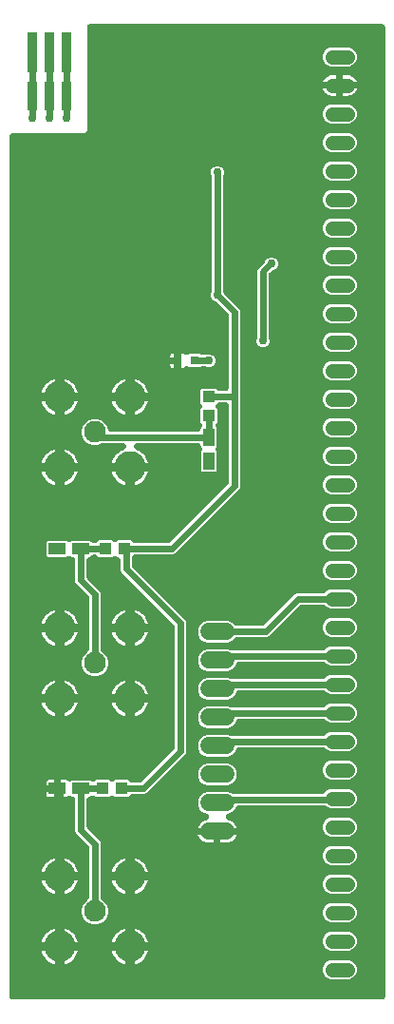
<source format=gbr>
G04 EAGLE Gerber RS-274X export*
G75*
%MOMM*%
%FSLAX34Y34*%
%LPD*%
%INTop Copper*%
%IPPOS*%
%AMOC8*
5,1,8,0,0,1.08239X$1,22.5*%
G01*
%ADD10R,0.800000X0.800000*%
%ADD11C,1.308000*%
%ADD12C,2.800000*%
%ADD13C,1.930400*%
%ADD14R,0.850000X3.550000*%
%ADD15R,0.850000X2.650000*%
%ADD16R,1.000000X1.100000*%
%ADD17R,1.100000X1.000000*%
%ADD18R,1.000000X1.500000*%
%ADD19R,1.500000X1.000000*%
%ADD20C,1.524000*%
%ADD21C,0.756400*%
%ADD22C,0.609600*%
%ADD23C,0.508000*%

G36*
X342268Y10167D02*
X342268Y10167D01*
X342344Y10165D01*
X342513Y10187D01*
X342684Y10201D01*
X342758Y10219D01*
X342833Y10229D01*
X342997Y10278D01*
X343163Y10319D01*
X343232Y10349D01*
X343306Y10371D01*
X343459Y10447D01*
X343616Y10514D01*
X343680Y10555D01*
X343749Y10588D01*
X343888Y10687D01*
X344032Y10779D01*
X344089Y10830D01*
X344151Y10874D01*
X344272Y10994D01*
X344400Y11108D01*
X344448Y11167D01*
X344502Y11221D01*
X344603Y11359D01*
X344710Y11492D01*
X344747Y11558D01*
X344792Y11619D01*
X344869Y11772D01*
X344954Y11920D01*
X344980Y11992D01*
X345015Y12060D01*
X345066Y12223D01*
X345125Y12383D01*
X345140Y12458D01*
X345163Y12530D01*
X345175Y12635D01*
X345220Y12867D01*
X345227Y13103D01*
X345239Y13208D01*
X345239Y875792D01*
X345233Y875868D01*
X345235Y875944D01*
X345213Y876113D01*
X345199Y876284D01*
X345181Y876358D01*
X345171Y876433D01*
X345122Y876597D01*
X345081Y876763D01*
X345051Y876832D01*
X345029Y876906D01*
X344953Y877059D01*
X344886Y877216D01*
X344845Y877280D01*
X344812Y877349D01*
X344713Y877488D01*
X344621Y877632D01*
X344570Y877689D01*
X344526Y877751D01*
X344406Y877872D01*
X344292Y878000D01*
X344233Y878048D01*
X344179Y878102D01*
X344041Y878203D01*
X343908Y878310D01*
X343842Y878347D01*
X343781Y878392D01*
X343628Y878469D01*
X343480Y878554D01*
X343408Y878580D01*
X343340Y878615D01*
X343177Y878666D01*
X343017Y878725D01*
X342942Y878740D01*
X342870Y878763D01*
X342765Y878775D01*
X342533Y878820D01*
X342297Y878827D01*
X342192Y878839D01*
X82296Y878839D01*
X82220Y878833D01*
X82144Y878835D01*
X81975Y878813D01*
X81804Y878799D01*
X81730Y878781D01*
X81655Y878771D01*
X81491Y878722D01*
X81325Y878681D01*
X81256Y878651D01*
X81182Y878629D01*
X81029Y878553D01*
X80872Y878486D01*
X80808Y878445D01*
X80739Y878412D01*
X80600Y878313D01*
X80456Y878221D01*
X80399Y878170D01*
X80337Y878126D01*
X80216Y878006D01*
X80088Y877892D01*
X80040Y877833D01*
X79986Y877779D01*
X79885Y877641D01*
X79778Y877508D01*
X79741Y877442D01*
X79696Y877381D01*
X79619Y877228D01*
X79534Y877080D01*
X79508Y877008D01*
X79473Y876940D01*
X79422Y876777D01*
X79363Y876617D01*
X79348Y876542D01*
X79325Y876470D01*
X79313Y876365D01*
X79268Y876133D01*
X79261Y875897D01*
X79249Y875792D01*
X79249Y784254D01*
X78785Y783133D01*
X77927Y782275D01*
X76806Y781811D01*
X13208Y781811D01*
X13132Y781805D01*
X13056Y781807D01*
X12887Y781785D01*
X12716Y781771D01*
X12642Y781753D01*
X12567Y781743D01*
X12403Y781694D01*
X12237Y781653D01*
X12168Y781623D01*
X12094Y781601D01*
X11941Y781525D01*
X11784Y781458D01*
X11720Y781417D01*
X11651Y781384D01*
X11512Y781285D01*
X11368Y781193D01*
X11311Y781142D01*
X11249Y781098D01*
X11128Y780978D01*
X11000Y780864D01*
X10952Y780805D01*
X10898Y780751D01*
X10797Y780613D01*
X10690Y780480D01*
X10653Y780414D01*
X10608Y780353D01*
X10531Y780200D01*
X10446Y780052D01*
X10420Y779980D01*
X10385Y779912D01*
X10334Y779749D01*
X10275Y779589D01*
X10260Y779514D01*
X10237Y779442D01*
X10225Y779337D01*
X10180Y779105D01*
X10173Y778869D01*
X10161Y778764D01*
X10161Y13208D01*
X10167Y13132D01*
X10165Y13056D01*
X10187Y12887D01*
X10201Y12716D01*
X10219Y12642D01*
X10229Y12567D01*
X10278Y12403D01*
X10319Y12237D01*
X10349Y12168D01*
X10371Y12094D01*
X10447Y11941D01*
X10514Y11784D01*
X10555Y11720D01*
X10588Y11651D01*
X10687Y11512D01*
X10779Y11368D01*
X10830Y11311D01*
X10874Y11249D01*
X10994Y11128D01*
X11108Y11000D01*
X11167Y10952D01*
X11221Y10898D01*
X11359Y10797D01*
X11492Y10690D01*
X11558Y10653D01*
X11619Y10608D01*
X11772Y10531D01*
X11920Y10446D01*
X11992Y10420D01*
X12060Y10385D01*
X12223Y10334D01*
X12383Y10275D01*
X12458Y10260D01*
X12530Y10237D01*
X12635Y10225D01*
X12867Y10180D01*
X13103Y10173D01*
X13208Y10161D01*
X342192Y10161D01*
X342268Y10167D01*
G37*
%LPC*%
G36*
X84042Y77247D02*
X84042Y77247D01*
X79759Y79021D01*
X76481Y82299D01*
X74707Y86582D01*
X74707Y91218D01*
X76481Y95501D01*
X79816Y98836D01*
X79821Y98838D01*
X79844Y98854D01*
X79869Y98867D01*
X80045Y98997D01*
X80223Y99124D01*
X80243Y99143D01*
X80266Y99160D01*
X80418Y99317D01*
X80574Y99470D01*
X80591Y99493D01*
X80610Y99513D01*
X80736Y99692D01*
X80864Y99869D01*
X80877Y99894D01*
X80893Y99918D01*
X80988Y100114D01*
X81087Y100309D01*
X81095Y100336D01*
X81107Y100362D01*
X81169Y100571D01*
X81235Y100780D01*
X81238Y100803D01*
X81247Y100835D01*
X81308Y101325D01*
X81305Y101405D01*
X81311Y101458D01*
X81311Y145505D01*
X81302Y145618D01*
X81303Y145733D01*
X81282Y145864D01*
X81271Y145996D01*
X81244Y146107D01*
X81226Y146220D01*
X81185Y146346D01*
X81153Y146475D01*
X81108Y146580D01*
X81072Y146688D01*
X81010Y146806D01*
X80958Y146928D01*
X80897Y147025D01*
X80844Y147126D01*
X80785Y147200D01*
X80693Y147345D01*
X80477Y147587D01*
X80419Y147659D01*
X69745Y158333D01*
X68976Y160189D01*
X68976Y188072D01*
X68970Y188148D01*
X68972Y188224D01*
X68950Y188393D01*
X68936Y188564D01*
X68918Y188638D01*
X68908Y188713D01*
X68859Y188877D01*
X68818Y189043D01*
X68788Y189112D01*
X68766Y189186D01*
X68690Y189339D01*
X68623Y189496D01*
X68582Y189560D01*
X68549Y189629D01*
X68450Y189768D01*
X68358Y189912D01*
X68307Y189969D01*
X68263Y190031D01*
X68143Y190152D01*
X68029Y190280D01*
X67970Y190328D01*
X67916Y190382D01*
X67778Y190483D01*
X67645Y190590D01*
X67579Y190627D01*
X67518Y190672D01*
X67365Y190749D01*
X67217Y190834D01*
X67145Y190860D01*
X67077Y190895D01*
X66914Y190946D01*
X66754Y191005D01*
X66679Y191020D01*
X66607Y191043D01*
X66502Y191055D01*
X66270Y191100D01*
X66034Y191107D01*
X65929Y191119D01*
X65630Y191119D01*
X65508Y191193D01*
X65366Y191289D01*
X65297Y191320D01*
X65232Y191359D01*
X65073Y191423D01*
X64917Y191494D01*
X64844Y191514D01*
X64774Y191543D01*
X64606Y191580D01*
X64442Y191625D01*
X64366Y191633D01*
X64292Y191649D01*
X64121Y191659D01*
X63951Y191677D01*
X63875Y191673D01*
X63799Y191677D01*
X63629Y191659D01*
X63458Y191649D01*
X63384Y191633D01*
X63309Y191625D01*
X63144Y191580D01*
X62977Y191543D01*
X62922Y191519D01*
X62833Y191494D01*
X62385Y191288D01*
X62366Y191276D01*
X62352Y191270D01*
X61456Y190752D01*
X60810Y190579D01*
X56022Y190579D01*
X56022Y198120D01*
X56022Y205661D01*
X60810Y205661D01*
X61456Y205488D01*
X62352Y204970D01*
X62506Y204897D01*
X62657Y204816D01*
X62729Y204792D01*
X62798Y204759D01*
X62962Y204712D01*
X63124Y204656D01*
X63199Y204643D01*
X63272Y204622D01*
X63442Y204602D01*
X63610Y204574D01*
X63686Y204573D01*
X63761Y204564D01*
X63933Y204572D01*
X64103Y204571D01*
X64178Y204582D01*
X64254Y204586D01*
X64422Y204621D01*
X64591Y204647D01*
X64663Y204671D01*
X64737Y204686D01*
X64897Y204748D01*
X65059Y204801D01*
X65127Y204837D01*
X65198Y204864D01*
X65345Y204950D01*
X65497Y205029D01*
X65543Y205066D01*
X65623Y205113D01*
X65632Y205121D01*
X82354Y205121D01*
X82408Y205067D01*
X82466Y205017D01*
X82518Y204962D01*
X82654Y204858D01*
X82784Y204747D01*
X82849Y204708D01*
X82909Y204662D01*
X83060Y204581D01*
X83206Y204493D01*
X83277Y204464D01*
X83344Y204428D01*
X83506Y204373D01*
X83664Y204310D01*
X83739Y204293D01*
X83811Y204268D01*
X83979Y204240D01*
X84146Y204203D01*
X84222Y204198D01*
X84297Y204186D01*
X84468Y204185D01*
X84639Y204175D01*
X84714Y204183D01*
X84791Y204183D01*
X84960Y204209D01*
X85129Y204227D01*
X85202Y204247D01*
X85278Y204259D01*
X85440Y204313D01*
X85605Y204358D01*
X85674Y204390D01*
X85747Y204414D01*
X85898Y204492D01*
X86053Y204564D01*
X86117Y204606D01*
X86184Y204641D01*
X86266Y204707D01*
X86463Y204839D01*
X86635Y205001D01*
X86717Y205067D01*
X87271Y205621D01*
X98929Y205621D01*
X99445Y205104D01*
X99503Y205055D01*
X99555Y204999D01*
X99691Y204895D01*
X99821Y204785D01*
X99886Y204745D01*
X99947Y204699D01*
X100097Y204618D01*
X100244Y204530D01*
X100314Y204502D01*
X100382Y204466D01*
X100543Y204410D01*
X100702Y204347D01*
X100776Y204331D01*
X100848Y204306D01*
X101017Y204277D01*
X101183Y204240D01*
X101260Y204236D01*
X101335Y204223D01*
X101505Y204222D01*
X101676Y204213D01*
X101752Y204221D01*
X101828Y204220D01*
X101997Y204247D01*
X102167Y204265D01*
X102240Y204285D01*
X102315Y204297D01*
X102478Y204350D01*
X102642Y204395D01*
X102711Y204427D01*
X102784Y204451D01*
X102936Y204530D01*
X103091Y204601D01*
X103154Y204644D01*
X103222Y204679D01*
X103304Y204745D01*
X103500Y204877D01*
X103672Y205039D01*
X103755Y205104D01*
X104271Y205621D01*
X115929Y205621D01*
X117488Y204061D01*
X117575Y203987D01*
X117655Y203906D01*
X117763Y203828D01*
X117864Y203742D01*
X117962Y203683D01*
X118054Y203616D01*
X118173Y203556D01*
X118287Y203487D01*
X118393Y203445D01*
X118495Y203393D01*
X118622Y203353D01*
X118745Y203304D01*
X118856Y203279D01*
X118965Y203245D01*
X119059Y203235D01*
X119226Y203197D01*
X119551Y203179D01*
X119643Y203169D01*
X126187Y203169D01*
X126300Y203178D01*
X126415Y203177D01*
X126546Y203198D01*
X126678Y203209D01*
X126789Y203236D01*
X126902Y203254D01*
X127028Y203295D01*
X127157Y203327D01*
X127262Y203372D01*
X127370Y203408D01*
X127488Y203470D01*
X127610Y203522D01*
X127707Y203583D01*
X127808Y203636D01*
X127882Y203695D01*
X128027Y203787D01*
X128269Y204003D01*
X128341Y204061D01*
X156619Y232339D01*
X156693Y232426D01*
X156774Y232506D01*
X156852Y232613D01*
X156938Y232715D01*
X156997Y232813D01*
X157064Y232905D01*
X157124Y233023D01*
X157193Y233137D01*
X157235Y233243D01*
X157287Y233345D01*
X157327Y233472D01*
X157376Y233595D01*
X157401Y233707D01*
X157435Y233816D01*
X157445Y233909D01*
X157483Y234077D01*
X157501Y234401D01*
X157511Y234493D01*
X157511Y342087D01*
X157502Y342200D01*
X157503Y342315D01*
X157482Y342446D01*
X157471Y342578D01*
X157444Y342689D01*
X157426Y342802D01*
X157385Y342928D01*
X157353Y343057D01*
X157308Y343162D01*
X157272Y343270D01*
X157210Y343388D01*
X157158Y343510D01*
X157097Y343607D01*
X157044Y343708D01*
X156985Y343782D01*
X156893Y343927D01*
X156677Y344169D01*
X156619Y344241D01*
X110020Y390840D01*
X109251Y392696D01*
X109251Y400932D01*
X109245Y401008D01*
X109247Y401084D01*
X109225Y401253D01*
X109211Y401424D01*
X109193Y401498D01*
X109183Y401573D01*
X109134Y401737D01*
X109093Y401903D01*
X109063Y401972D01*
X109041Y402046D01*
X108965Y402199D01*
X108898Y402356D01*
X108857Y402420D01*
X108824Y402489D01*
X108725Y402628D01*
X108633Y402772D01*
X108582Y402829D01*
X108538Y402891D01*
X108418Y403012D01*
X108304Y403140D01*
X108245Y403188D01*
X108191Y403242D01*
X108053Y403343D01*
X107920Y403450D01*
X107854Y403487D01*
X107793Y403532D01*
X107640Y403609D01*
X107492Y403694D01*
X107420Y403720D01*
X107352Y403755D01*
X107189Y403806D01*
X107029Y403865D01*
X106954Y403880D01*
X106890Y403900D01*
X106295Y404496D01*
X106237Y404545D01*
X106184Y404601D01*
X106049Y404705D01*
X105919Y404815D01*
X105853Y404855D01*
X105793Y404901D01*
X105643Y404982D01*
X105496Y405070D01*
X105425Y405098D01*
X105358Y405134D01*
X105197Y405190D01*
X105038Y405253D01*
X104964Y405269D01*
X104892Y405294D01*
X104723Y405323D01*
X104556Y405360D01*
X104480Y405364D01*
X104405Y405377D01*
X104234Y405378D01*
X104064Y405387D01*
X103988Y405379D01*
X103912Y405380D01*
X103743Y405353D01*
X103573Y405335D01*
X103500Y405315D01*
X103425Y405303D01*
X103262Y405250D01*
X103098Y405205D01*
X103028Y405173D01*
X102956Y405149D01*
X102805Y405070D01*
X102649Y404999D01*
X102586Y404956D01*
X102518Y404921D01*
X102436Y404855D01*
X102240Y404723D01*
X102068Y404562D01*
X101985Y404496D01*
X101469Y403979D01*
X89811Y403979D01*
X88252Y405539D01*
X88165Y405613D01*
X88085Y405694D01*
X87977Y405772D01*
X87876Y405858D01*
X87778Y405917D01*
X87686Y405984D01*
X87567Y406044D01*
X87453Y406113D01*
X87347Y406155D01*
X87245Y406207D01*
X87118Y406247D01*
X86995Y406296D01*
X86884Y406321D01*
X86775Y406355D01*
X86681Y406365D01*
X86514Y406403D01*
X86189Y406421D01*
X86097Y406431D01*
X85568Y406431D01*
X85454Y406422D01*
X85340Y406423D01*
X85209Y406402D01*
X85076Y406391D01*
X84965Y406364D01*
X84853Y406346D01*
X84726Y406305D01*
X84597Y406273D01*
X84493Y406228D01*
X84384Y406192D01*
X84266Y406130D01*
X84144Y406078D01*
X84048Y406017D01*
X83946Y405964D01*
X83873Y405905D01*
X83728Y405813D01*
X83486Y405597D01*
X83413Y405539D01*
X82354Y404479D01*
X82121Y404479D01*
X82045Y404473D01*
X81969Y404475D01*
X81800Y404453D01*
X81629Y404439D01*
X81555Y404421D01*
X81480Y404411D01*
X81316Y404362D01*
X81150Y404321D01*
X81081Y404291D01*
X81007Y404269D01*
X80854Y404193D01*
X80697Y404126D01*
X80633Y404085D01*
X80564Y404052D01*
X80425Y403953D01*
X80281Y403861D01*
X80224Y403810D01*
X80162Y403766D01*
X80041Y403646D01*
X79913Y403532D01*
X79865Y403473D01*
X79811Y403419D01*
X79710Y403281D01*
X79603Y403148D01*
X79566Y403082D01*
X79521Y403021D01*
X79444Y402868D01*
X79359Y402720D01*
X79333Y402648D01*
X79298Y402580D01*
X79247Y402417D01*
X79188Y402257D01*
X79173Y402182D01*
X79150Y402110D01*
X79138Y402005D01*
X79093Y401773D01*
X79086Y401537D01*
X79074Y401432D01*
X79074Y386893D01*
X79083Y386780D01*
X79082Y386665D01*
X79103Y386534D01*
X79114Y386402D01*
X79141Y386291D01*
X79159Y386178D01*
X79200Y386052D01*
X79232Y385923D01*
X79277Y385818D01*
X79313Y385710D01*
X79375Y385592D01*
X79427Y385470D01*
X79488Y385373D01*
X79541Y385272D01*
X79600Y385198D01*
X79692Y385053D01*
X79908Y384811D01*
X79966Y384739D01*
X90640Y374065D01*
X91409Y372209D01*
X91409Y322438D01*
X91426Y322219D01*
X91440Y322002D01*
X91446Y321974D01*
X91449Y321946D01*
X91501Y321733D01*
X91550Y321521D01*
X91561Y321495D01*
X91567Y321467D01*
X91654Y321266D01*
X91736Y321064D01*
X91751Y321040D01*
X91762Y321014D01*
X91880Y320829D01*
X91993Y320643D01*
X92012Y320622D01*
X92027Y320598D01*
X92172Y320435D01*
X92315Y320269D01*
X92337Y320251D01*
X92356Y320230D01*
X92525Y320093D01*
X92693Y319952D01*
X92714Y319941D01*
X92740Y319920D01*
X92879Y319840D01*
X96239Y316481D01*
X98013Y312198D01*
X98013Y307562D01*
X96239Y303279D01*
X92961Y300001D01*
X88678Y298227D01*
X84042Y298227D01*
X79759Y300001D01*
X76481Y303279D01*
X74707Y307562D01*
X74707Y312198D01*
X76481Y316481D01*
X79816Y319816D01*
X79821Y319818D01*
X79844Y319834D01*
X79869Y319847D01*
X80045Y319977D01*
X80223Y320104D01*
X80243Y320123D01*
X80266Y320140D01*
X80418Y320297D01*
X80574Y320450D01*
X80591Y320473D01*
X80610Y320493D01*
X80736Y320672D01*
X80864Y320849D01*
X80877Y320874D01*
X80893Y320898D01*
X80988Y321094D01*
X81087Y321289D01*
X81095Y321316D01*
X81107Y321342D01*
X81169Y321551D01*
X81235Y321760D01*
X81238Y321783D01*
X81247Y321815D01*
X81308Y322305D01*
X81305Y322385D01*
X81311Y322438D01*
X81311Y367852D01*
X81302Y367965D01*
X81303Y368080D01*
X81282Y368211D01*
X81271Y368343D01*
X81244Y368454D01*
X81226Y368567D01*
X81185Y368693D01*
X81153Y368822D01*
X81108Y368927D01*
X81072Y369035D01*
X81010Y369153D01*
X80958Y369275D01*
X80897Y369372D01*
X80844Y369473D01*
X80785Y369547D01*
X80693Y369692D01*
X80477Y369934D01*
X80419Y370006D01*
X69745Y380680D01*
X68976Y382536D01*
X68976Y401432D01*
X68970Y401508D01*
X68972Y401584D01*
X68950Y401753D01*
X68936Y401924D01*
X68918Y401998D01*
X68908Y402073D01*
X68859Y402237D01*
X68818Y402403D01*
X68788Y402472D01*
X68766Y402546D01*
X68690Y402699D01*
X68623Y402856D01*
X68582Y402920D01*
X68549Y402989D01*
X68450Y403128D01*
X68358Y403272D01*
X68307Y403329D01*
X68263Y403391D01*
X68143Y403512D01*
X68029Y403640D01*
X67970Y403688D01*
X67916Y403742D01*
X67778Y403843D01*
X67645Y403950D01*
X67579Y403987D01*
X67518Y404032D01*
X67365Y404109D01*
X67217Y404194D01*
X67145Y404220D01*
X67077Y404255D01*
X66914Y404306D01*
X66754Y404365D01*
X66679Y404380D01*
X66607Y404403D01*
X66502Y404415D01*
X66270Y404460D01*
X66034Y404467D01*
X65929Y404479D01*
X65696Y404479D01*
X65655Y404521D01*
X65597Y404570D01*
X65544Y404626D01*
X65409Y404730D01*
X65279Y404840D01*
X65213Y404880D01*
X65153Y404926D01*
X65003Y405007D01*
X64856Y405095D01*
X64785Y405123D01*
X64718Y405159D01*
X64557Y405215D01*
X64398Y405278D01*
X64324Y405294D01*
X64252Y405319D01*
X64083Y405348D01*
X63916Y405385D01*
X63840Y405389D01*
X63765Y405402D01*
X63594Y405403D01*
X63424Y405412D01*
X63348Y405404D01*
X63272Y405405D01*
X63103Y405378D01*
X62933Y405360D01*
X62860Y405340D01*
X62785Y405328D01*
X62622Y405275D01*
X62458Y405230D01*
X62388Y405198D01*
X62316Y405174D01*
X62165Y405095D01*
X62009Y405024D01*
X61946Y404981D01*
X61878Y404946D01*
X61796Y404880D01*
X61600Y404748D01*
X61428Y404587D01*
X61345Y404521D01*
X61304Y404479D01*
X44646Y404479D01*
X43474Y405651D01*
X43474Y417309D01*
X44646Y418481D01*
X61304Y418481D01*
X61345Y418439D01*
X61403Y418390D01*
X61455Y418334D01*
X61591Y418230D01*
X61721Y418120D01*
X61786Y418080D01*
X61847Y418034D01*
X61997Y417953D01*
X62144Y417865D01*
X62215Y417837D01*
X62282Y417801D01*
X62443Y417745D01*
X62602Y417682D01*
X62676Y417666D01*
X62748Y417641D01*
X62917Y417612D01*
X63083Y417575D01*
X63160Y417571D01*
X63235Y417558D01*
X63405Y417557D01*
X63576Y417548D01*
X63652Y417556D01*
X63728Y417555D01*
X63897Y417582D01*
X64067Y417600D01*
X64140Y417620D01*
X64215Y417632D01*
X64378Y417685D01*
X64542Y417730D01*
X64611Y417762D01*
X64684Y417786D01*
X64836Y417865D01*
X64991Y417936D01*
X65054Y417979D01*
X65122Y418014D01*
X65204Y418080D01*
X65400Y418212D01*
X65572Y418374D01*
X65655Y418439D01*
X65696Y418481D01*
X82354Y418481D01*
X83413Y417421D01*
X83500Y417347D01*
X83580Y417266D01*
X83688Y417188D01*
X83789Y417102D01*
X83887Y417043D01*
X83979Y416976D01*
X84098Y416916D01*
X84212Y416847D01*
X84318Y416805D01*
X84420Y416753D01*
X84547Y416713D01*
X84670Y416664D01*
X84781Y416639D01*
X84890Y416605D01*
X84984Y416595D01*
X85151Y416557D01*
X85476Y416539D01*
X85568Y416529D01*
X86097Y416529D01*
X86211Y416538D01*
X86325Y416537D01*
X86456Y416558D01*
X86589Y416569D01*
X86700Y416596D01*
X86812Y416614D01*
X86939Y416655D01*
X87068Y416687D01*
X87172Y416732D01*
X87281Y416768D01*
X87399Y416830D01*
X87521Y416882D01*
X87617Y416943D01*
X87719Y416996D01*
X87792Y417055D01*
X87937Y417147D01*
X88179Y417363D01*
X88252Y417421D01*
X89811Y418981D01*
X101469Y418981D01*
X101985Y418464D01*
X102043Y418415D01*
X102095Y418359D01*
X102231Y418255D01*
X102361Y418145D01*
X102426Y418105D01*
X102487Y418059D01*
X102637Y417978D01*
X102784Y417890D01*
X102854Y417862D01*
X102922Y417826D01*
X103083Y417770D01*
X103242Y417707D01*
X103316Y417691D01*
X103388Y417666D01*
X103557Y417637D01*
X103723Y417600D01*
X103800Y417596D01*
X103875Y417583D01*
X104045Y417582D01*
X104216Y417573D01*
X104292Y417581D01*
X104368Y417580D01*
X104537Y417607D01*
X104707Y417625D01*
X104780Y417645D01*
X104855Y417657D01*
X105018Y417710D01*
X105182Y417755D01*
X105251Y417787D01*
X105324Y417811D01*
X105476Y417890D01*
X105631Y417961D01*
X105694Y418004D01*
X105762Y418039D01*
X105844Y418105D01*
X106040Y418237D01*
X106212Y418399D01*
X106295Y418464D01*
X106811Y418981D01*
X118469Y418981D01*
X120028Y417421D01*
X120115Y417347D01*
X120195Y417266D01*
X120303Y417188D01*
X120404Y417102D01*
X120502Y417043D01*
X120594Y416976D01*
X120713Y416916D01*
X120827Y416847D01*
X120933Y416805D01*
X121035Y416753D01*
X121162Y416713D01*
X121285Y416664D01*
X121396Y416639D01*
X121505Y416605D01*
X121599Y416595D01*
X121766Y416557D01*
X122091Y416539D01*
X122183Y416529D01*
X151587Y416529D01*
X151700Y416538D01*
X151815Y416537D01*
X151946Y416558D01*
X152078Y416569D01*
X152189Y416596D01*
X152302Y416614D01*
X152428Y416655D01*
X152557Y416687D01*
X152662Y416732D01*
X152770Y416768D01*
X152888Y416830D01*
X153010Y416882D01*
X153107Y416943D01*
X153208Y416996D01*
X153282Y417055D01*
X153427Y417147D01*
X153669Y417363D01*
X153741Y417421D01*
X204879Y468559D01*
X204953Y468646D01*
X205034Y468726D01*
X205112Y468833D01*
X205198Y468935D01*
X205257Y469033D01*
X205324Y469125D01*
X205384Y469243D01*
X205453Y469357D01*
X205495Y469463D01*
X205547Y469565D01*
X205587Y469692D01*
X205636Y469815D01*
X205661Y469927D01*
X205695Y470036D01*
X205705Y470129D01*
X205743Y470297D01*
X205761Y470621D01*
X205771Y470713D01*
X205771Y538884D01*
X205765Y538960D01*
X205767Y539036D01*
X205745Y539205D01*
X205731Y539376D01*
X205713Y539450D01*
X205703Y539525D01*
X205654Y539689D01*
X205613Y539855D01*
X205583Y539924D01*
X205561Y539998D01*
X205485Y540151D01*
X205418Y540308D01*
X205377Y540372D01*
X205344Y540441D01*
X205245Y540580D01*
X205153Y540724D01*
X205102Y540781D01*
X205058Y540843D01*
X204938Y540964D01*
X204824Y541092D01*
X204765Y541140D01*
X204711Y541194D01*
X204573Y541295D01*
X204440Y541402D01*
X204374Y541439D01*
X204313Y541484D01*
X204160Y541561D01*
X204012Y541646D01*
X203940Y541672D01*
X203872Y541707D01*
X203709Y541758D01*
X203549Y541817D01*
X203474Y541832D01*
X203402Y541855D01*
X203297Y541867D01*
X203065Y541912D01*
X202829Y541919D01*
X202724Y541931D01*
X197503Y541931D01*
X197389Y541922D01*
X197275Y541923D01*
X197144Y541902D01*
X197011Y541891D01*
X196900Y541864D01*
X196788Y541846D01*
X196661Y541805D01*
X196532Y541773D01*
X196428Y541728D01*
X196319Y541692D01*
X196201Y541630D01*
X196079Y541578D01*
X195983Y541517D01*
X195881Y541464D01*
X195808Y541405D01*
X195663Y541313D01*
X195421Y541097D01*
X195348Y541039D01*
X194944Y540635D01*
X194895Y540577D01*
X194839Y540524D01*
X194735Y540389D01*
X194625Y540259D01*
X194585Y540193D01*
X194539Y540133D01*
X194458Y539983D01*
X194370Y539836D01*
X194342Y539765D01*
X194306Y539698D01*
X194250Y539537D01*
X194187Y539378D01*
X194171Y539304D01*
X194146Y539232D01*
X194117Y539063D01*
X194080Y538896D01*
X194076Y538820D01*
X194063Y538745D01*
X194062Y538574D01*
X194053Y538404D01*
X194061Y538328D01*
X194060Y538252D01*
X194087Y538083D01*
X194105Y537913D01*
X194125Y537840D01*
X194137Y537765D01*
X194190Y537602D01*
X194235Y537438D01*
X194267Y537368D01*
X194291Y537296D01*
X194370Y537145D01*
X194441Y536989D01*
X194484Y536926D01*
X194519Y536858D01*
X194585Y536776D01*
X194717Y536580D01*
X194878Y536408D01*
X194944Y536325D01*
X195461Y535809D01*
X195461Y524151D01*
X194907Y523597D01*
X194857Y523539D01*
X194802Y523487D01*
X194698Y523351D01*
X194587Y523221D01*
X194548Y523156D01*
X194502Y523096D01*
X194421Y522945D01*
X194333Y522799D01*
X194304Y522728D01*
X194268Y522661D01*
X194213Y522499D01*
X194150Y522341D01*
X194133Y522266D01*
X194108Y522194D01*
X194080Y522026D01*
X194043Y521859D01*
X194038Y521783D01*
X194026Y521708D01*
X194025Y521537D01*
X194015Y521366D01*
X194023Y521291D01*
X194023Y521215D01*
X194049Y521046D01*
X194067Y520876D01*
X194087Y520802D01*
X194099Y520727D01*
X194153Y520565D01*
X194198Y520400D01*
X194230Y520331D01*
X194254Y520259D01*
X194333Y520107D01*
X194404Y519952D01*
X194446Y519889D01*
X194481Y519821D01*
X194547Y519739D01*
X194679Y519542D01*
X194841Y519370D01*
X194907Y519288D01*
X194961Y519234D01*
X194961Y502576D01*
X194919Y502535D01*
X194870Y502477D01*
X194814Y502424D01*
X194710Y502289D01*
X194600Y502159D01*
X194560Y502093D01*
X194514Y502033D01*
X194433Y501883D01*
X194345Y501736D01*
X194317Y501665D01*
X194281Y501598D01*
X194225Y501437D01*
X194162Y501278D01*
X194146Y501204D01*
X194121Y501132D01*
X194092Y500963D01*
X194055Y500796D01*
X194051Y500720D01*
X194038Y500645D01*
X194037Y500474D01*
X194028Y500304D01*
X194036Y500228D01*
X194035Y500152D01*
X194062Y499983D01*
X194080Y499813D01*
X194100Y499740D01*
X194112Y499665D01*
X194165Y499502D01*
X194210Y499338D01*
X194242Y499268D01*
X194266Y499196D01*
X194345Y499045D01*
X194416Y498889D01*
X194459Y498826D01*
X194494Y498758D01*
X194560Y498676D01*
X194692Y498480D01*
X194853Y498308D01*
X194919Y498225D01*
X194961Y498184D01*
X194961Y481526D01*
X193789Y480354D01*
X182131Y480354D01*
X180959Y481526D01*
X180959Y498184D01*
X181001Y498225D01*
X181050Y498283D01*
X181106Y498335D01*
X181210Y498471D01*
X181320Y498601D01*
X181360Y498666D01*
X181406Y498727D01*
X181487Y498877D01*
X181575Y499024D01*
X181603Y499095D01*
X181639Y499162D01*
X181695Y499323D01*
X181758Y499482D01*
X181774Y499556D01*
X181799Y499628D01*
X181828Y499797D01*
X181865Y499963D01*
X181869Y500040D01*
X181882Y500115D01*
X181883Y500285D01*
X181892Y500456D01*
X181884Y500532D01*
X181885Y500608D01*
X181858Y500777D01*
X181840Y500947D01*
X181820Y501020D01*
X181808Y501095D01*
X181755Y501258D01*
X181710Y501422D01*
X181678Y501491D01*
X181654Y501564D01*
X181575Y501716D01*
X181504Y501871D01*
X181461Y501934D01*
X181426Y502002D01*
X181360Y502084D01*
X181228Y502280D01*
X181066Y502452D01*
X181001Y502535D01*
X180959Y502576D01*
X180959Y502809D01*
X180953Y502885D01*
X180955Y502961D01*
X180933Y503130D01*
X180919Y503301D01*
X180901Y503375D01*
X180891Y503450D01*
X180842Y503614D01*
X180801Y503780D01*
X180771Y503849D01*
X180749Y503923D01*
X180673Y504076D01*
X180606Y504233D01*
X180565Y504297D01*
X180532Y504366D01*
X180433Y504505D01*
X180341Y504649D01*
X180290Y504706D01*
X180246Y504768D01*
X180126Y504889D01*
X180012Y505017D01*
X179953Y505065D01*
X179899Y505119D01*
X179761Y505220D01*
X179628Y505327D01*
X179562Y505364D01*
X179501Y505409D01*
X179348Y505486D01*
X179200Y505571D01*
X179128Y505597D01*
X179060Y505632D01*
X178897Y505683D01*
X178737Y505742D01*
X178662Y505757D01*
X178590Y505780D01*
X178485Y505792D01*
X178253Y505837D01*
X178017Y505844D01*
X177912Y505856D01*
X124209Y505856D01*
X124067Y505845D01*
X123925Y505843D01*
X123822Y505825D01*
X123718Y505816D01*
X123579Y505782D01*
X123439Y505757D01*
X123340Y505723D01*
X123239Y505698D01*
X123108Y505641D01*
X122973Y505594D01*
X122882Y505544D01*
X122785Y505503D01*
X122665Y505427D01*
X122540Y505358D01*
X122457Y505294D01*
X122369Y505238D01*
X122263Y505143D01*
X122151Y505056D01*
X122080Y504979D01*
X122002Y504909D01*
X121912Y504798D01*
X121815Y504694D01*
X121757Y504607D01*
X121692Y504525D01*
X121621Y504402D01*
X121542Y504283D01*
X121499Y504188D01*
X121448Y504097D01*
X121398Y503963D01*
X121339Y503833D01*
X121312Y503732D01*
X121276Y503634D01*
X121249Y503494D01*
X121212Y503357D01*
X121201Y503252D01*
X121181Y503150D01*
X121177Y503008D01*
X121163Y502866D01*
X121169Y502761D01*
X121166Y502657D01*
X121185Y502516D01*
X121193Y502373D01*
X121217Y502271D01*
X121230Y502168D01*
X121272Y502031D01*
X121303Y501892D01*
X121343Y501796D01*
X121373Y501696D01*
X121436Y501567D01*
X121489Y501435D01*
X121544Y501346D01*
X121590Y501252D01*
X121672Y501136D01*
X121747Y501015D01*
X121815Y500935D01*
X121875Y500850D01*
X121975Y500749D01*
X122068Y500641D01*
X122148Y500573D01*
X122222Y500499D01*
X122337Y500415D01*
X122446Y500324D01*
X122515Y500286D01*
X122621Y500209D01*
X123008Y500013D01*
X123043Y499994D01*
X124992Y499187D01*
X126869Y498103D01*
X128590Y496783D01*
X130123Y495250D01*
X131443Y493529D01*
X132527Y491651D01*
X133357Y489648D01*
X133713Y488319D01*
X118612Y488319D01*
X118536Y488313D01*
X118460Y488315D01*
X118291Y488293D01*
X118120Y488279D01*
X118047Y488261D01*
X117971Y488251D01*
X117807Y488202D01*
X117649Y488162D01*
X117533Y488205D01*
X117458Y488220D01*
X117386Y488243D01*
X117281Y488255D01*
X117049Y488300D01*
X116813Y488307D01*
X116708Y488319D01*
X101607Y488319D01*
X101963Y489648D01*
X102793Y491651D01*
X103877Y493529D01*
X105197Y495250D01*
X106730Y496783D01*
X108451Y498103D01*
X110328Y499187D01*
X112277Y499994D01*
X112404Y500059D01*
X112535Y500115D01*
X112623Y500171D01*
X112716Y500219D01*
X112831Y500304D01*
X112951Y500380D01*
X113028Y500450D01*
X113113Y500512D01*
X113212Y500614D01*
X113318Y500709D01*
X113384Y500790D01*
X113457Y500865D01*
X113539Y500982D01*
X113628Y501093D01*
X113680Y501183D01*
X113740Y501269D01*
X113802Y501398D01*
X113872Y501521D01*
X113909Y501619D01*
X113954Y501713D01*
X113994Y501850D01*
X114044Y501984D01*
X114064Y502086D01*
X114094Y502187D01*
X114111Y502328D01*
X114139Y502468D01*
X114142Y502572D01*
X114155Y502676D01*
X114150Y502819D01*
X114154Y502961D01*
X114140Y503065D01*
X114137Y503169D01*
X114108Y503309D01*
X114090Y503450D01*
X114059Y503550D01*
X114039Y503653D01*
X113988Y503786D01*
X113947Y503923D01*
X113901Y504016D01*
X113864Y504114D01*
X113793Y504238D01*
X113730Y504366D01*
X113670Y504451D01*
X113618Y504541D01*
X113527Y504652D01*
X113445Y504768D01*
X113371Y504842D01*
X113305Y504923D01*
X113198Y505018D01*
X113098Y505119D01*
X113014Y505180D01*
X112935Y505250D01*
X112815Y505325D01*
X112699Y505409D01*
X112606Y505456D01*
X112517Y505512D01*
X112386Y505568D01*
X112259Y505632D01*
X112159Y505663D01*
X112063Y505704D01*
X111924Y505737D01*
X111788Y505780D01*
X111710Y505789D01*
X111583Y505819D01*
X111150Y505852D01*
X111111Y505856D01*
X93844Y505856D01*
X93835Y505855D01*
X93825Y505856D01*
X93590Y505836D01*
X93353Y505816D01*
X93343Y505814D01*
X93334Y505813D01*
X93295Y505802D01*
X92874Y505698D01*
X92754Y505646D01*
X92678Y505624D01*
X88678Y503967D01*
X84042Y503967D01*
X79759Y505741D01*
X76481Y509019D01*
X74707Y513302D01*
X74707Y517938D01*
X76481Y522221D01*
X79759Y525499D01*
X84042Y527273D01*
X88678Y527273D01*
X92961Y525499D01*
X96239Y522221D01*
X98055Y517835D01*
X98155Y517641D01*
X98251Y517444D01*
X98268Y517421D01*
X98280Y517396D01*
X98410Y517220D01*
X98537Y517042D01*
X98557Y517022D01*
X98573Y516999D01*
X98730Y516846D01*
X98883Y516691D01*
X98906Y516674D01*
X98927Y516654D01*
X99106Y516529D01*
X99282Y516401D01*
X99307Y516388D01*
X99331Y516371D01*
X99528Y516276D01*
X99722Y516178D01*
X99749Y516170D01*
X99775Y516157D01*
X99985Y516096D01*
X100193Y516030D01*
X100216Y516027D01*
X100248Y516018D01*
X100738Y515957D01*
X100818Y515960D01*
X100871Y515954D01*
X177912Y515954D01*
X177988Y515960D01*
X178064Y515958D01*
X178233Y515980D01*
X178404Y515994D01*
X178478Y516012D01*
X178553Y516022D01*
X178717Y516071D01*
X178883Y516112D01*
X178952Y516142D01*
X179026Y516164D01*
X179179Y516240D01*
X179336Y516307D01*
X179400Y516348D01*
X179469Y516381D01*
X179608Y516480D01*
X179752Y516572D01*
X179809Y516623D01*
X179871Y516667D01*
X179992Y516787D01*
X180120Y516901D01*
X180168Y516960D01*
X180222Y517014D01*
X180323Y517152D01*
X180430Y517285D01*
X180467Y517351D01*
X180512Y517412D01*
X180589Y517565D01*
X180674Y517713D01*
X180700Y517785D01*
X180735Y517853D01*
X180786Y518016D01*
X180845Y518176D01*
X180860Y518251D01*
X180883Y518323D01*
X180895Y518428D01*
X180940Y518660D01*
X180947Y518896D01*
X180959Y519001D01*
X180959Y519234D01*
X181013Y519288D01*
X181063Y519346D01*
X181118Y519398D01*
X181222Y519534D01*
X181333Y519664D01*
X181372Y519729D01*
X181418Y519789D01*
X181499Y519940D01*
X181587Y520086D01*
X181616Y520157D01*
X181652Y520224D01*
X181707Y520386D01*
X181770Y520544D01*
X181787Y520619D01*
X181812Y520691D01*
X181840Y520859D01*
X181877Y521026D01*
X181882Y521102D01*
X181894Y521177D01*
X181895Y521348D01*
X181905Y521519D01*
X181897Y521594D01*
X181897Y521671D01*
X181871Y521840D01*
X181853Y522009D01*
X181833Y522082D01*
X181821Y522158D01*
X181767Y522320D01*
X181722Y522485D01*
X181690Y522554D01*
X181666Y522627D01*
X181588Y522778D01*
X181516Y522933D01*
X181474Y522997D01*
X181439Y523064D01*
X181373Y523146D01*
X181241Y523343D01*
X181079Y523515D01*
X181013Y523597D01*
X180459Y524151D01*
X180459Y535809D01*
X180976Y536325D01*
X181025Y536383D01*
X181081Y536435D01*
X181185Y536571D01*
X181295Y536701D01*
X181335Y536766D01*
X181381Y536827D01*
X181462Y536977D01*
X181550Y537124D01*
X181578Y537194D01*
X181614Y537262D01*
X181670Y537423D01*
X181733Y537582D01*
X181749Y537656D01*
X181774Y537728D01*
X181803Y537897D01*
X181840Y538063D01*
X181844Y538140D01*
X181857Y538215D01*
X181858Y538385D01*
X181867Y538556D01*
X181859Y538632D01*
X181860Y538708D01*
X181833Y538877D01*
X181815Y539047D01*
X181795Y539120D01*
X181783Y539195D01*
X181730Y539358D01*
X181685Y539522D01*
X181653Y539591D01*
X181629Y539664D01*
X181550Y539816D01*
X181479Y539971D01*
X181436Y540034D01*
X181401Y540102D01*
X181335Y540184D01*
X181203Y540380D01*
X181041Y540552D01*
X180976Y540635D01*
X180459Y541151D01*
X180459Y552809D01*
X181631Y553981D01*
X194289Y553981D01*
X195348Y552921D01*
X195435Y552847D01*
X195515Y552766D01*
X195623Y552688D01*
X195724Y552602D01*
X195822Y552543D01*
X195914Y552476D01*
X196033Y552416D01*
X196147Y552347D01*
X196253Y552305D01*
X196355Y552253D01*
X196482Y552213D01*
X196605Y552164D01*
X196716Y552139D01*
X196825Y552105D01*
X196919Y552095D01*
X197086Y552057D01*
X197411Y552039D01*
X197503Y552029D01*
X202724Y552029D01*
X202800Y552035D01*
X202876Y552033D01*
X203045Y552055D01*
X203216Y552069D01*
X203290Y552087D01*
X203365Y552097D01*
X203529Y552146D01*
X203695Y552187D01*
X203764Y552217D01*
X203838Y552239D01*
X203991Y552315D01*
X204148Y552382D01*
X204212Y552423D01*
X204281Y552456D01*
X204420Y552555D01*
X204564Y552647D01*
X204621Y552698D01*
X204683Y552742D01*
X204804Y552862D01*
X204932Y552976D01*
X204980Y553035D01*
X205034Y553089D01*
X205135Y553227D01*
X205242Y553360D01*
X205279Y553426D01*
X205324Y553487D01*
X205401Y553640D01*
X205486Y553788D01*
X205512Y553860D01*
X205547Y553928D01*
X205598Y554091D01*
X205657Y554251D01*
X205672Y554326D01*
X205695Y554398D01*
X205707Y554503D01*
X205752Y554735D01*
X205759Y554971D01*
X205771Y555076D01*
X205771Y619147D01*
X205762Y619260D01*
X205763Y619375D01*
X205742Y619506D01*
X205731Y619638D01*
X205704Y619749D01*
X205686Y619862D01*
X205645Y619988D01*
X205613Y620117D01*
X205568Y620222D01*
X205532Y620330D01*
X205470Y620448D01*
X205418Y620570D01*
X205357Y620667D01*
X205304Y620768D01*
X205245Y620842D01*
X205153Y620987D01*
X204937Y621228D01*
X204879Y621301D01*
X194505Y631675D01*
X194498Y631681D01*
X194491Y631689D01*
X194311Y631840D01*
X194129Y631995D01*
X194121Y632000D01*
X194113Y632006D01*
X194078Y632025D01*
X193706Y632249D01*
X193585Y632298D01*
X193516Y632336D01*
X192304Y632838D01*
X190678Y634464D01*
X189797Y636590D01*
X189797Y638890D01*
X190299Y640102D01*
X190302Y640111D01*
X190307Y640120D01*
X190379Y640348D01*
X190451Y640572D01*
X190452Y640581D01*
X190455Y640591D01*
X190459Y640631D01*
X190524Y641060D01*
X190522Y641190D01*
X190531Y641268D01*
X190531Y743232D01*
X190530Y743241D01*
X190531Y743251D01*
X190511Y743486D01*
X190491Y743723D01*
X190489Y743733D01*
X190488Y743742D01*
X190477Y743781D01*
X190373Y744202D01*
X190321Y744322D01*
X190299Y744398D01*
X189797Y745610D01*
X189797Y747910D01*
X190678Y750036D01*
X192304Y751662D01*
X194430Y752543D01*
X196730Y752543D01*
X198856Y751662D01*
X200482Y750036D01*
X201363Y747910D01*
X201363Y745610D01*
X200861Y744398D01*
X200858Y744389D01*
X200853Y744380D01*
X200781Y744152D01*
X200709Y743928D01*
X200708Y743919D01*
X200705Y743909D01*
X200701Y743869D01*
X200636Y743440D01*
X200638Y743310D01*
X200629Y743232D01*
X200629Y641268D01*
X200630Y641259D01*
X200629Y641249D01*
X200649Y641014D01*
X200669Y640777D01*
X200671Y640767D01*
X200672Y640758D01*
X200683Y640720D01*
X200787Y640298D01*
X200839Y640178D01*
X200861Y640102D01*
X200984Y639804D01*
X200989Y639795D01*
X200992Y639786D01*
X201103Y639573D01*
X201209Y639365D01*
X201215Y639357D01*
X201220Y639348D01*
X201245Y639317D01*
X201502Y638968D01*
X201596Y638876D01*
X201645Y638815D01*
X215100Y625360D01*
X215869Y623504D01*
X215869Y466356D01*
X215100Y464500D01*
X157800Y407200D01*
X155944Y406431D01*
X122396Y406431D01*
X122320Y406425D01*
X122244Y406427D01*
X122075Y406405D01*
X121904Y406391D01*
X121830Y406373D01*
X121755Y406363D01*
X121591Y406314D01*
X121425Y406273D01*
X121356Y406243D01*
X121282Y406221D01*
X121129Y406145D01*
X120972Y406078D01*
X120908Y406037D01*
X120839Y406004D01*
X120700Y405905D01*
X120556Y405813D01*
X120499Y405762D01*
X120437Y405718D01*
X120316Y405598D01*
X120188Y405484D01*
X120140Y405425D01*
X120086Y405371D01*
X119985Y405233D01*
X119878Y405100D01*
X119841Y405034D01*
X119796Y404973D01*
X119719Y404820D01*
X119634Y404672D01*
X119608Y404600D01*
X119573Y404532D01*
X119522Y404369D01*
X119463Y404209D01*
X119448Y404134D01*
X119425Y404062D01*
X119413Y403957D01*
X119368Y403725D01*
X119361Y403489D01*
X119349Y403384D01*
X119349Y397053D01*
X119358Y396940D01*
X119357Y396825D01*
X119378Y396694D01*
X119389Y396562D01*
X119416Y396451D01*
X119434Y396338D01*
X119475Y396212D01*
X119507Y396083D01*
X119552Y395978D01*
X119588Y395870D01*
X119650Y395752D01*
X119702Y395630D01*
X119763Y395533D01*
X119816Y395432D01*
X119875Y395358D01*
X119967Y395213D01*
X120183Y394971D01*
X120241Y394899D01*
X166840Y348300D01*
X167609Y346444D01*
X167609Y230136D01*
X166840Y228280D01*
X132400Y193840D01*
X130544Y193071D01*
X119643Y193071D01*
X119529Y193062D01*
X119415Y193063D01*
X119284Y193042D01*
X119151Y193031D01*
X119040Y193004D01*
X118928Y192986D01*
X118801Y192945D01*
X118672Y192913D01*
X118568Y192868D01*
X118459Y192832D01*
X118341Y192770D01*
X118219Y192718D01*
X118123Y192657D01*
X118021Y192604D01*
X117948Y192545D01*
X117803Y192453D01*
X117561Y192237D01*
X117488Y192179D01*
X115929Y190619D01*
X104271Y190619D01*
X103755Y191136D01*
X103697Y191185D01*
X103644Y191241D01*
X103509Y191345D01*
X103379Y191455D01*
X103313Y191495D01*
X103253Y191541D01*
X103103Y191622D01*
X102956Y191710D01*
X102885Y191738D01*
X102818Y191774D01*
X102657Y191830D01*
X102498Y191893D01*
X102424Y191909D01*
X102352Y191934D01*
X102183Y191963D01*
X102016Y192000D01*
X101940Y192004D01*
X101865Y192017D01*
X101694Y192018D01*
X101524Y192027D01*
X101448Y192019D01*
X101372Y192020D01*
X101203Y191993D01*
X101033Y191975D01*
X100960Y191955D01*
X100885Y191943D01*
X100722Y191890D01*
X100558Y191845D01*
X100488Y191813D01*
X100416Y191789D01*
X100265Y191710D01*
X100109Y191639D01*
X100046Y191596D01*
X99978Y191561D01*
X99896Y191495D01*
X99700Y191363D01*
X99528Y191202D01*
X99445Y191136D01*
X98929Y190619D01*
X87271Y190619D01*
X86717Y191173D01*
X86659Y191223D01*
X86607Y191278D01*
X86471Y191382D01*
X86341Y191493D01*
X86276Y191532D01*
X86216Y191578D01*
X86065Y191659D01*
X85919Y191747D01*
X85848Y191776D01*
X85781Y191812D01*
X85619Y191867D01*
X85461Y191930D01*
X85386Y191947D01*
X85314Y191972D01*
X85146Y192000D01*
X84979Y192037D01*
X84903Y192042D01*
X84828Y192054D01*
X84657Y192055D01*
X84486Y192065D01*
X84411Y192057D01*
X84335Y192057D01*
X84166Y192031D01*
X83996Y192013D01*
X83922Y191993D01*
X83847Y191981D01*
X83685Y191927D01*
X83520Y191882D01*
X83451Y191850D01*
X83379Y191826D01*
X83227Y191747D01*
X83072Y191676D01*
X83009Y191634D01*
X82941Y191599D01*
X82859Y191533D01*
X82662Y191401D01*
X82490Y191239D01*
X82408Y191173D01*
X82354Y191119D01*
X82121Y191119D01*
X82045Y191113D01*
X81969Y191115D01*
X81800Y191093D01*
X81629Y191079D01*
X81555Y191061D01*
X81480Y191051D01*
X81316Y191002D01*
X81150Y190961D01*
X81081Y190931D01*
X81007Y190909D01*
X80854Y190833D01*
X80697Y190766D01*
X80633Y190725D01*
X80564Y190692D01*
X80425Y190593D01*
X80281Y190501D01*
X80224Y190450D01*
X80162Y190406D01*
X80041Y190286D01*
X79913Y190172D01*
X79865Y190113D01*
X79811Y190059D01*
X79710Y189921D01*
X79603Y189788D01*
X79566Y189722D01*
X79521Y189661D01*
X79444Y189508D01*
X79359Y189360D01*
X79333Y189288D01*
X79298Y189220D01*
X79247Y189057D01*
X79188Y188897D01*
X79173Y188822D01*
X79150Y188750D01*
X79138Y188645D01*
X79093Y188413D01*
X79086Y188177D01*
X79074Y188072D01*
X79074Y164546D01*
X79083Y164433D01*
X79082Y164318D01*
X79103Y164187D01*
X79114Y164055D01*
X79141Y163944D01*
X79159Y163831D01*
X79200Y163705D01*
X79232Y163576D01*
X79277Y163471D01*
X79313Y163363D01*
X79375Y163245D01*
X79427Y163123D01*
X79488Y163026D01*
X79541Y162925D01*
X79600Y162851D01*
X79692Y162706D01*
X79908Y162464D01*
X79966Y162392D01*
X90640Y151718D01*
X91409Y149862D01*
X91409Y101458D01*
X91426Y101239D01*
X91440Y101022D01*
X91446Y100994D01*
X91449Y100966D01*
X91501Y100753D01*
X91550Y100541D01*
X91561Y100515D01*
X91567Y100487D01*
X91654Y100286D01*
X91736Y100084D01*
X91751Y100060D01*
X91762Y100034D01*
X91880Y99849D01*
X91993Y99663D01*
X92012Y99642D01*
X92027Y99618D01*
X92172Y99455D01*
X92315Y99289D01*
X92337Y99271D01*
X92356Y99250D01*
X92525Y99113D01*
X92693Y98972D01*
X92714Y98961D01*
X92740Y98940D01*
X92879Y98860D01*
X96239Y95501D01*
X98013Y91218D01*
X98013Y86582D01*
X96239Y82299D01*
X92961Y79021D01*
X88678Y77247D01*
X84042Y77247D01*
G37*
%LPD*%
%LPC*%
G36*
X195580Y163067D02*
X195580Y163067D01*
X178267Y163067D01*
X178544Y163920D01*
X179270Y165345D01*
X180210Y166639D01*
X181341Y167770D01*
X182635Y168710D01*
X184060Y169436D01*
X185656Y169955D01*
X185789Y169978D01*
X185880Y170011D01*
X185975Y170033D01*
X186113Y170092D01*
X186254Y170141D01*
X186340Y170188D01*
X186429Y170226D01*
X186556Y170305D01*
X186688Y170377D01*
X186764Y170437D01*
X186846Y170489D01*
X186959Y170588D01*
X187077Y170680D01*
X187143Y170751D01*
X187216Y170816D01*
X187311Y170932D01*
X187413Y171042D01*
X187466Y171123D01*
X187528Y171198D01*
X187602Y171328D01*
X187686Y171453D01*
X187725Y171541D01*
X187774Y171625D01*
X187827Y171766D01*
X187888Y171903D01*
X187914Y171996D01*
X187948Y172087D01*
X187977Y172234D01*
X188016Y172379D01*
X188026Y172476D01*
X188045Y172571D01*
X188050Y172721D01*
X188065Y172870D01*
X188059Y172967D01*
X188063Y173064D01*
X188044Y173213D01*
X188034Y173362D01*
X188013Y173457D01*
X188001Y173553D01*
X187958Y173697D01*
X187925Y173843D01*
X187888Y173933D01*
X187860Y174026D01*
X187795Y174161D01*
X187739Y174300D01*
X187688Y174383D01*
X187646Y174470D01*
X187560Y174593D01*
X187481Y174721D01*
X187418Y174795D01*
X187362Y174874D01*
X187257Y174981D01*
X187159Y175095D01*
X187085Y175157D01*
X187017Y175227D01*
X186897Y175316D01*
X186781Y175412D01*
X186717Y175448D01*
X186620Y175519D01*
X186193Y175737D01*
X186185Y175742D01*
X182510Y177264D01*
X179804Y179970D01*
X178339Y183506D01*
X178339Y187334D01*
X179804Y190870D01*
X182510Y193576D01*
X186046Y195041D01*
X205114Y195041D01*
X208825Y193504D01*
X208891Y193456D01*
X209009Y193396D01*
X209123Y193327D01*
X209229Y193285D01*
X209331Y193233D01*
X209458Y193193D01*
X209581Y193144D01*
X209692Y193119D01*
X209801Y193085D01*
X209895Y193075D01*
X210063Y193037D01*
X210387Y193019D01*
X210479Y193009D01*
X288698Y193009D01*
X288812Y193018D01*
X288926Y193017D01*
X289058Y193038D01*
X289190Y193049D01*
X289301Y193076D01*
X289413Y193094D01*
X289540Y193135D01*
X289669Y193167D01*
X289774Y193212D01*
X289882Y193248D01*
X290000Y193310D01*
X290122Y193362D01*
X290218Y193423D01*
X290320Y193476D01*
X290393Y193535D01*
X290538Y193627D01*
X290780Y193843D01*
X290853Y193901D01*
X293422Y196471D01*
X296561Y197771D01*
X313039Y197771D01*
X316178Y196470D01*
X318580Y194068D01*
X319881Y190929D01*
X319881Y187531D01*
X318580Y184392D01*
X316178Y181990D01*
X313039Y180689D01*
X296561Y180689D01*
X293422Y181989D01*
X293393Y182019D01*
X293306Y182093D01*
X293226Y182174D01*
X293118Y182252D01*
X293017Y182338D01*
X292919Y182397D01*
X292827Y182464D01*
X292708Y182524D01*
X292594Y182593D01*
X292488Y182635D01*
X292386Y182687D01*
X292260Y182727D01*
X292136Y182776D01*
X292025Y182801D01*
X291916Y182835D01*
X291822Y182845D01*
X291655Y182883D01*
X291330Y182901D01*
X291238Y182911D01*
X214610Y182911D01*
X214392Y182894D01*
X214175Y182880D01*
X214147Y182874D01*
X214119Y182871D01*
X213906Y182819D01*
X213694Y182770D01*
X213668Y182759D01*
X213640Y182753D01*
X213439Y182666D01*
X213237Y182584D01*
X213213Y182569D01*
X213186Y182558D01*
X213003Y182441D01*
X212816Y182327D01*
X212794Y182308D01*
X212770Y182293D01*
X212608Y182148D01*
X212442Y182005D01*
X212424Y181983D01*
X212403Y181964D01*
X212266Y181795D01*
X212125Y181627D01*
X212114Y181607D01*
X212093Y181580D01*
X211849Y181152D01*
X211821Y181076D01*
X211795Y181030D01*
X211356Y179970D01*
X208650Y177264D01*
X204975Y175742D01*
X204842Y175673D01*
X204704Y175613D01*
X204623Y175561D01*
X204536Y175517D01*
X204415Y175428D01*
X204289Y175346D01*
X204217Y175281D01*
X204139Y175224D01*
X204035Y175116D01*
X203923Y175016D01*
X203863Y174940D01*
X203795Y174871D01*
X203709Y174747D01*
X203615Y174630D01*
X203568Y174546D01*
X203512Y174467D01*
X203447Y174331D01*
X203373Y174200D01*
X203340Y174109D01*
X203298Y174022D01*
X203256Y173878D01*
X203204Y173737D01*
X203186Y173642D01*
X203159Y173549D01*
X203140Y173400D01*
X203112Y173252D01*
X203109Y173155D01*
X203097Y173059D01*
X203103Y172909D01*
X203099Y172759D01*
X203112Y172663D01*
X203116Y172566D01*
X203146Y172419D01*
X203166Y172270D01*
X203194Y172178D01*
X203213Y172083D01*
X203267Y171942D01*
X203311Y171799D01*
X203354Y171712D01*
X203388Y171622D01*
X203463Y171492D01*
X203530Y171357D01*
X203586Y171278D01*
X203635Y171194D01*
X203730Y171078D01*
X203818Y170956D01*
X203886Y170887D01*
X203947Y170812D01*
X204060Y170713D01*
X204166Y170607D01*
X204244Y170550D01*
X204317Y170486D01*
X204445Y170406D01*
X204566Y170318D01*
X204653Y170275D01*
X204735Y170224D01*
X204873Y170165D01*
X205008Y170098D01*
X205079Y170079D01*
X205189Y170032D01*
X205491Y169959D01*
X207100Y169436D01*
X208525Y168710D01*
X209819Y167770D01*
X210950Y166639D01*
X211890Y165345D01*
X212616Y163920D01*
X212893Y163067D01*
X195580Y163067D01*
X195580Y163067D01*
G37*
%LPD*%
%LPC*%
G36*
X186046Y328199D02*
X186046Y328199D01*
X182510Y329664D01*
X179804Y332370D01*
X178339Y335906D01*
X178339Y339734D01*
X179804Y343270D01*
X182510Y345976D01*
X186046Y347441D01*
X205114Y347441D01*
X208650Y345976D01*
X210865Y343761D01*
X210951Y343687D01*
X211032Y343606D01*
X211139Y343528D01*
X211240Y343442D01*
X211338Y343383D01*
X211431Y343316D01*
X211549Y343256D01*
X211663Y343187D01*
X211769Y343145D01*
X211871Y343093D01*
X211998Y343053D01*
X212121Y343004D01*
X212232Y342979D01*
X212341Y342945D01*
X212435Y342935D01*
X212603Y342897D01*
X212927Y342879D01*
X213019Y342869D01*
X235407Y342869D01*
X235520Y342878D01*
X235635Y342877D01*
X235766Y342898D01*
X235898Y342909D01*
X236009Y342936D01*
X236122Y342954D01*
X236248Y342995D01*
X236377Y343027D01*
X236482Y343072D01*
X236590Y343108D01*
X236708Y343170D01*
X236830Y343222D01*
X236927Y343283D01*
X237028Y343336D01*
X237102Y343395D01*
X237247Y343487D01*
X237489Y343703D01*
X237561Y343761D01*
X265110Y371310D01*
X266966Y372079D01*
X289968Y372079D01*
X290082Y372088D01*
X290196Y372087D01*
X290328Y372108D01*
X290460Y372119D01*
X290571Y372146D01*
X290683Y372164D01*
X290810Y372205D01*
X290939Y372237D01*
X291043Y372282D01*
X291152Y372318D01*
X291270Y372380D01*
X291392Y372432D01*
X291488Y372493D01*
X291590Y372546D01*
X291663Y372605D01*
X291808Y372697D01*
X292050Y372913D01*
X292123Y372971D01*
X293422Y374271D01*
X296561Y375571D01*
X313039Y375571D01*
X316178Y374270D01*
X318580Y371868D01*
X319881Y368729D01*
X319881Y365331D01*
X318580Y362192D01*
X316178Y359790D01*
X313039Y358489D01*
X296561Y358489D01*
X293422Y359789D01*
X292123Y361089D01*
X292036Y361163D01*
X291956Y361244D01*
X291848Y361322D01*
X291747Y361408D01*
X291649Y361467D01*
X291557Y361534D01*
X291438Y361594D01*
X291324Y361663D01*
X291218Y361705D01*
X291116Y361757D01*
X290990Y361797D01*
X290866Y361846D01*
X290755Y361871D01*
X290646Y361905D01*
X290552Y361915D01*
X290385Y361953D01*
X290060Y361971D01*
X289968Y361981D01*
X271323Y361981D01*
X271210Y361972D01*
X271095Y361973D01*
X270964Y361952D01*
X270832Y361941D01*
X270721Y361914D01*
X270608Y361896D01*
X270482Y361855D01*
X270353Y361823D01*
X270248Y361778D01*
X270140Y361742D01*
X270022Y361680D01*
X269900Y361628D01*
X269803Y361567D01*
X269702Y361514D01*
X269628Y361455D01*
X269483Y361363D01*
X269241Y361147D01*
X269169Y361089D01*
X241620Y333540D01*
X239764Y332771D01*
X213019Y332771D01*
X212906Y332762D01*
X212791Y332763D01*
X212660Y332742D01*
X212528Y332731D01*
X212417Y332704D01*
X212304Y332686D01*
X212178Y332645D01*
X212049Y332613D01*
X211944Y332568D01*
X211835Y332532D01*
X211717Y332470D01*
X211595Y332418D01*
X211499Y332357D01*
X211398Y332304D01*
X211324Y332245D01*
X211179Y332153D01*
X210937Y331937D01*
X210865Y331879D01*
X208650Y329664D01*
X205114Y328199D01*
X186046Y328199D01*
G37*
%LPD*%
%LPC*%
G36*
X186046Y302799D02*
X186046Y302799D01*
X182510Y304264D01*
X179804Y306970D01*
X178339Y310506D01*
X178339Y314334D01*
X179804Y317870D01*
X182510Y320576D01*
X186046Y322041D01*
X205114Y322041D01*
X206393Y321511D01*
X206403Y321508D01*
X206411Y321503D01*
X206639Y321431D01*
X206863Y321359D01*
X206872Y321358D01*
X206882Y321355D01*
X206922Y321351D01*
X207351Y321286D01*
X207481Y321288D01*
X207559Y321279D01*
X289968Y321279D01*
X290082Y321288D01*
X290196Y321287D01*
X290328Y321308D01*
X290460Y321319D01*
X290571Y321346D01*
X290683Y321364D01*
X290810Y321405D01*
X290939Y321437D01*
X291043Y321482D01*
X291152Y321518D01*
X291270Y321580D01*
X291392Y321632D01*
X291488Y321693D01*
X291590Y321746D01*
X291663Y321805D01*
X291808Y321897D01*
X292050Y322113D01*
X292123Y322171D01*
X293422Y323471D01*
X296561Y324771D01*
X313039Y324771D01*
X316178Y323470D01*
X318580Y321068D01*
X319881Y317929D01*
X319881Y314531D01*
X318580Y311392D01*
X316178Y308990D01*
X313039Y307689D01*
X296561Y307689D01*
X293422Y308989D01*
X292123Y310289D01*
X292036Y310363D01*
X291956Y310444D01*
X291848Y310522D01*
X291747Y310608D01*
X291649Y310667D01*
X291557Y310734D01*
X291438Y310794D01*
X291324Y310863D01*
X291218Y310905D01*
X291116Y310957D01*
X290990Y310997D01*
X290866Y311046D01*
X290755Y311071D01*
X290646Y311105D01*
X290552Y311115D01*
X290385Y311153D01*
X290060Y311171D01*
X289968Y311181D01*
X215136Y311181D01*
X214918Y311164D01*
X214701Y311150D01*
X214673Y311144D01*
X214645Y311141D01*
X214432Y311089D01*
X214220Y311040D01*
X214193Y311029D01*
X214166Y311023D01*
X213965Y310936D01*
X213763Y310854D01*
X213739Y310839D01*
X213712Y310828D01*
X213528Y310711D01*
X213342Y310597D01*
X213320Y310578D01*
X213296Y310563D01*
X213134Y310418D01*
X212968Y310275D01*
X212950Y310253D01*
X212929Y310234D01*
X212792Y310065D01*
X212651Y309897D01*
X212640Y309876D01*
X212619Y309850D01*
X212375Y309422D01*
X212347Y309346D01*
X212321Y309300D01*
X211356Y306970D01*
X208650Y304264D01*
X205114Y302799D01*
X186046Y302799D01*
G37*
%LPD*%
%LPC*%
G36*
X186046Y251999D02*
X186046Y251999D01*
X182510Y253464D01*
X179804Y256170D01*
X178339Y259706D01*
X178339Y263534D01*
X179804Y267070D01*
X182510Y269776D01*
X186046Y271241D01*
X205114Y271241D01*
X206393Y270711D01*
X206403Y270708D01*
X206411Y270703D01*
X206638Y270632D01*
X206863Y270559D01*
X206872Y270558D01*
X206882Y270555D01*
X206922Y270551D01*
X207351Y270486D01*
X207481Y270488D01*
X207559Y270479D01*
X289968Y270479D01*
X290082Y270488D01*
X290196Y270487D01*
X290328Y270508D01*
X290460Y270519D01*
X290571Y270546D01*
X290683Y270564D01*
X290810Y270605D01*
X290939Y270637D01*
X291043Y270682D01*
X291152Y270718D01*
X291270Y270780D01*
X291392Y270832D01*
X291488Y270893D01*
X291590Y270946D01*
X291663Y271005D01*
X291808Y271097D01*
X292050Y271313D01*
X292123Y271371D01*
X293422Y272671D01*
X296561Y273971D01*
X313039Y273971D01*
X316178Y272670D01*
X318580Y270268D01*
X319881Y267129D01*
X319881Y263731D01*
X318580Y260592D01*
X316178Y258190D01*
X313039Y256889D01*
X296561Y256889D01*
X293422Y258189D01*
X292123Y259489D01*
X292036Y259563D01*
X291956Y259644D01*
X291848Y259722D01*
X291747Y259808D01*
X291649Y259867D01*
X291557Y259934D01*
X291438Y259994D01*
X291324Y260063D01*
X291218Y260105D01*
X291116Y260157D01*
X290990Y260197D01*
X290866Y260246D01*
X290755Y260271D01*
X290646Y260305D01*
X290552Y260315D01*
X290385Y260353D01*
X290060Y260371D01*
X289968Y260381D01*
X215136Y260381D01*
X214918Y260364D01*
X214701Y260350D01*
X214673Y260344D01*
X214645Y260341D01*
X214432Y260289D01*
X214220Y260240D01*
X214193Y260229D01*
X214166Y260223D01*
X213965Y260136D01*
X213763Y260054D01*
X213739Y260039D01*
X213712Y260028D01*
X213528Y259911D01*
X213342Y259797D01*
X213320Y259778D01*
X213296Y259763D01*
X213134Y259618D01*
X212968Y259475D01*
X212950Y259453D01*
X212929Y259434D01*
X212792Y259265D01*
X212651Y259097D01*
X212640Y259076D01*
X212619Y259050D01*
X212375Y258622D01*
X212347Y258546D01*
X212321Y258500D01*
X211356Y256170D01*
X208650Y253464D01*
X205114Y251999D01*
X186046Y251999D01*
G37*
%LPD*%
%LPC*%
G36*
X186046Y277399D02*
X186046Y277399D01*
X182510Y278864D01*
X179804Y281570D01*
X178339Y285106D01*
X178339Y288934D01*
X179804Y292470D01*
X182510Y295176D01*
X186046Y296641D01*
X205114Y296641D01*
X206393Y296111D01*
X206403Y296108D01*
X206411Y296103D01*
X206638Y296032D01*
X206863Y295959D01*
X206872Y295958D01*
X206882Y295955D01*
X206922Y295951D01*
X207351Y295886D01*
X207481Y295888D01*
X207559Y295879D01*
X289968Y295879D01*
X290082Y295888D01*
X290196Y295887D01*
X290328Y295908D01*
X290460Y295919D01*
X290571Y295946D01*
X290683Y295964D01*
X290810Y296005D01*
X290939Y296037D01*
X291043Y296082D01*
X291152Y296118D01*
X291270Y296180D01*
X291392Y296232D01*
X291488Y296293D01*
X291590Y296346D01*
X291663Y296405D01*
X291808Y296497D01*
X292050Y296713D01*
X292123Y296771D01*
X293422Y298071D01*
X296561Y299371D01*
X313039Y299371D01*
X316178Y298070D01*
X318580Y295668D01*
X319881Y292529D01*
X319881Y289131D01*
X318580Y285992D01*
X316178Y283590D01*
X313039Y282289D01*
X296561Y282289D01*
X293422Y283589D01*
X292123Y284889D01*
X292036Y284963D01*
X291956Y285044D01*
X291848Y285122D01*
X291747Y285208D01*
X291649Y285267D01*
X291557Y285334D01*
X291438Y285394D01*
X291324Y285463D01*
X291218Y285505D01*
X291116Y285557D01*
X290990Y285597D01*
X290866Y285646D01*
X290755Y285671D01*
X290646Y285705D01*
X290552Y285715D01*
X290385Y285753D01*
X290060Y285771D01*
X289968Y285781D01*
X215136Y285781D01*
X214918Y285764D01*
X214701Y285750D01*
X214673Y285744D01*
X214645Y285741D01*
X214432Y285689D01*
X214220Y285640D01*
X214193Y285629D01*
X214166Y285623D01*
X213965Y285536D01*
X213763Y285454D01*
X213739Y285439D01*
X213712Y285428D01*
X213528Y285311D01*
X213342Y285197D01*
X213320Y285178D01*
X213296Y285163D01*
X213134Y285018D01*
X212968Y284875D01*
X212950Y284853D01*
X212929Y284834D01*
X212792Y284665D01*
X212651Y284497D01*
X212640Y284476D01*
X212619Y284450D01*
X212375Y284022D01*
X212347Y283946D01*
X212321Y283900D01*
X211356Y281570D01*
X208650Y278864D01*
X205114Y277399D01*
X186046Y277399D01*
G37*
%LPD*%
%LPC*%
G36*
X186046Y226599D02*
X186046Y226599D01*
X182510Y228064D01*
X179804Y230770D01*
X178339Y234306D01*
X178339Y238134D01*
X179804Y241670D01*
X182510Y244376D01*
X186046Y245841D01*
X205114Y245841D01*
X206393Y245311D01*
X206403Y245308D01*
X206411Y245303D01*
X206638Y245232D01*
X206863Y245159D01*
X206872Y245158D01*
X206882Y245155D01*
X206922Y245151D01*
X207351Y245086D01*
X207481Y245088D01*
X207559Y245079D01*
X289968Y245079D01*
X290082Y245088D01*
X290196Y245087D01*
X290328Y245108D01*
X290460Y245119D01*
X290571Y245146D01*
X290683Y245164D01*
X290810Y245205D01*
X290939Y245237D01*
X291043Y245282D01*
X291152Y245318D01*
X291270Y245380D01*
X291392Y245432D01*
X291488Y245493D01*
X291590Y245546D01*
X291663Y245605D01*
X291808Y245697D01*
X292050Y245913D01*
X292123Y245971D01*
X293422Y247271D01*
X296561Y248571D01*
X313039Y248571D01*
X316178Y247270D01*
X318580Y244868D01*
X319881Y241729D01*
X319881Y238331D01*
X318580Y235192D01*
X316178Y232790D01*
X313039Y231489D01*
X296561Y231489D01*
X293422Y232789D01*
X292123Y234089D01*
X292036Y234163D01*
X291956Y234244D01*
X291848Y234322D01*
X291747Y234408D01*
X291649Y234467D01*
X291557Y234534D01*
X291438Y234594D01*
X291324Y234663D01*
X291218Y234705D01*
X291116Y234757D01*
X290990Y234797D01*
X290866Y234846D01*
X290755Y234871D01*
X290646Y234905D01*
X290552Y234915D01*
X290385Y234953D01*
X290060Y234971D01*
X289968Y234981D01*
X215136Y234981D01*
X214918Y234964D01*
X214701Y234950D01*
X214673Y234944D01*
X214645Y234941D01*
X214432Y234889D01*
X214220Y234840D01*
X214193Y234829D01*
X214166Y234823D01*
X213965Y234736D01*
X213763Y234654D01*
X213739Y234639D01*
X213712Y234628D01*
X213528Y234511D01*
X213342Y234397D01*
X213320Y234378D01*
X213296Y234363D01*
X213134Y234218D01*
X212968Y234075D01*
X212950Y234053D01*
X212929Y234034D01*
X212792Y233865D01*
X212651Y233697D01*
X212640Y233676D01*
X212619Y233650D01*
X212375Y233222D01*
X212347Y233146D01*
X212321Y233100D01*
X211356Y230770D01*
X208650Y228064D01*
X205114Y226599D01*
X186046Y226599D01*
G37*
%LPD*%
%LPC*%
G36*
X235070Y591117D02*
X235070Y591117D01*
X232944Y591998D01*
X231318Y593624D01*
X230437Y595750D01*
X230437Y598050D01*
X230939Y599262D01*
X230942Y599271D01*
X230947Y599280D01*
X231019Y599508D01*
X231091Y599732D01*
X231092Y599741D01*
X231095Y599751D01*
X231099Y599791D01*
X231164Y600220D01*
X231162Y600350D01*
X231171Y600428D01*
X231171Y658864D01*
X231940Y660720D01*
X233360Y662140D01*
X234026Y662416D01*
X234035Y662421D01*
X234044Y662424D01*
X234255Y662533D01*
X234465Y662641D01*
X234473Y662647D01*
X234482Y662651D01*
X234513Y662677D01*
X234862Y662934D01*
X234954Y663028D01*
X235015Y663077D01*
X237267Y665329D01*
X237273Y665336D01*
X237281Y665342D01*
X237434Y665525D01*
X237587Y665705D01*
X237592Y665713D01*
X237598Y665720D01*
X237617Y665756D01*
X237841Y666127D01*
X237890Y666248D01*
X237928Y666317D01*
X238938Y668756D01*
X240564Y670382D01*
X242690Y671263D01*
X244990Y671263D01*
X247116Y670382D01*
X248742Y668756D01*
X249623Y666630D01*
X249623Y664330D01*
X248742Y662204D01*
X247116Y660578D01*
X244677Y659568D01*
X244668Y659563D01*
X244659Y659560D01*
X244452Y659452D01*
X244238Y659343D01*
X244230Y659337D01*
X244222Y659332D01*
X244191Y659307D01*
X243841Y659050D01*
X243750Y658956D01*
X243689Y658907D01*
X242161Y657380D01*
X242087Y657293D01*
X242006Y657212D01*
X241928Y657105D01*
X241842Y657004D01*
X241783Y656906D01*
X241716Y656814D01*
X241656Y656695D01*
X241587Y656581D01*
X241545Y656475D01*
X241493Y656373D01*
X241453Y656246D01*
X241404Y656123D01*
X241379Y656012D01*
X241345Y655903D01*
X241335Y655809D01*
X241297Y655641D01*
X241279Y655317D01*
X241269Y655225D01*
X241269Y600428D01*
X241270Y600419D01*
X241269Y600409D01*
X241289Y600174D01*
X241309Y599937D01*
X241311Y599927D01*
X241312Y599918D01*
X241323Y599879D01*
X241427Y599458D01*
X241479Y599338D01*
X241501Y599262D01*
X242003Y598050D01*
X242003Y595750D01*
X241122Y593624D01*
X239496Y591998D01*
X237370Y591117D01*
X235070Y591117D01*
G37*
%LPD*%
%LPC*%
G36*
X186046Y201199D02*
X186046Y201199D01*
X182510Y202664D01*
X179804Y205370D01*
X178339Y208906D01*
X178339Y212734D01*
X179804Y216270D01*
X182510Y218976D01*
X186046Y220441D01*
X205114Y220441D01*
X208650Y218976D01*
X211356Y216270D01*
X212821Y212734D01*
X212821Y208906D01*
X211356Y205370D01*
X208650Y202664D01*
X205114Y201199D01*
X186046Y201199D01*
G37*
%LPD*%
%LPC*%
G36*
X296561Y841089D02*
X296561Y841089D01*
X293422Y842390D01*
X291020Y844792D01*
X289719Y847931D01*
X289719Y851329D01*
X291020Y854468D01*
X293422Y856870D01*
X296561Y858171D01*
X313039Y858171D01*
X316178Y856870D01*
X318580Y854468D01*
X319881Y851329D01*
X319881Y847931D01*
X318580Y844792D01*
X316178Y842390D01*
X313039Y841089D01*
X296561Y841089D01*
G37*
%LPD*%
%LPC*%
G36*
X296561Y460089D02*
X296561Y460089D01*
X293422Y461390D01*
X291020Y463792D01*
X289719Y466931D01*
X289719Y470329D01*
X291020Y473468D01*
X293422Y475870D01*
X296561Y477171D01*
X313039Y477171D01*
X316178Y475870D01*
X318580Y473468D01*
X319881Y470329D01*
X319881Y466931D01*
X318580Y463792D01*
X316178Y461390D01*
X313039Y460089D01*
X296561Y460089D01*
G37*
%LPD*%
%LPC*%
G36*
X296561Y434689D02*
X296561Y434689D01*
X293422Y435990D01*
X291020Y438392D01*
X289719Y441531D01*
X289719Y444929D01*
X291020Y448068D01*
X293422Y450470D01*
X296561Y451771D01*
X313039Y451771D01*
X316178Y450470D01*
X318580Y448068D01*
X319881Y444929D01*
X319881Y441531D01*
X318580Y438392D01*
X316178Y435990D01*
X313039Y434689D01*
X296561Y434689D01*
G37*
%LPD*%
%LPC*%
G36*
X296561Y409289D02*
X296561Y409289D01*
X293422Y410590D01*
X291020Y412992D01*
X289719Y416131D01*
X289719Y419529D01*
X291020Y422668D01*
X293422Y425070D01*
X296561Y426371D01*
X313039Y426371D01*
X316178Y425070D01*
X318580Y422668D01*
X319881Y419529D01*
X319881Y416131D01*
X318580Y412992D01*
X316178Y410590D01*
X313039Y409289D01*
X296561Y409289D01*
G37*
%LPD*%
%LPC*%
G36*
X296561Y790289D02*
X296561Y790289D01*
X293422Y791590D01*
X291020Y793992D01*
X289719Y797131D01*
X289719Y800529D01*
X291020Y803668D01*
X293422Y806070D01*
X296561Y807371D01*
X313039Y807371D01*
X316178Y806070D01*
X318580Y803668D01*
X319881Y800529D01*
X319881Y797131D01*
X318580Y793992D01*
X316178Y791590D01*
X313039Y790289D01*
X296561Y790289D01*
G37*
%LPD*%
%LPC*%
G36*
X296561Y764889D02*
X296561Y764889D01*
X293422Y766190D01*
X291020Y768592D01*
X289719Y771731D01*
X289719Y775129D01*
X291020Y778268D01*
X293422Y780670D01*
X296561Y781971D01*
X313039Y781971D01*
X316178Y780670D01*
X318580Y778268D01*
X319881Y775129D01*
X319881Y771731D01*
X318580Y768592D01*
X316178Y766190D01*
X313039Y764889D01*
X296561Y764889D01*
G37*
%LPD*%
%LPC*%
G36*
X296561Y739489D02*
X296561Y739489D01*
X293422Y740790D01*
X291020Y743192D01*
X289719Y746331D01*
X289719Y749729D01*
X291020Y752868D01*
X293422Y755270D01*
X296561Y756571D01*
X313039Y756571D01*
X316178Y755270D01*
X318580Y752868D01*
X319881Y749729D01*
X319881Y746331D01*
X318580Y743192D01*
X316178Y740790D01*
X313039Y739489D01*
X296561Y739489D01*
G37*
%LPD*%
%LPC*%
G36*
X296561Y714089D02*
X296561Y714089D01*
X293422Y715390D01*
X291020Y717792D01*
X289719Y720931D01*
X289719Y724329D01*
X291020Y727468D01*
X293422Y729870D01*
X296561Y731171D01*
X313039Y731171D01*
X316178Y729870D01*
X318580Y727468D01*
X319881Y724329D01*
X319881Y720931D01*
X318580Y717792D01*
X316178Y715390D01*
X313039Y714089D01*
X296561Y714089D01*
G37*
%LPD*%
%LPC*%
G36*
X296561Y688689D02*
X296561Y688689D01*
X293422Y689990D01*
X291020Y692392D01*
X289719Y695531D01*
X289719Y698929D01*
X291020Y702068D01*
X293422Y704470D01*
X296561Y705771D01*
X313039Y705771D01*
X316178Y704470D01*
X318580Y702068D01*
X319881Y698929D01*
X319881Y695531D01*
X318580Y692392D01*
X316178Y689990D01*
X313039Y688689D01*
X296561Y688689D01*
G37*
%LPD*%
%LPC*%
G36*
X296561Y663289D02*
X296561Y663289D01*
X293422Y664590D01*
X291020Y666992D01*
X289719Y670131D01*
X289719Y673529D01*
X291020Y676668D01*
X293422Y679070D01*
X296561Y680371D01*
X313039Y680371D01*
X316178Y679070D01*
X318580Y676668D01*
X319881Y673529D01*
X319881Y670131D01*
X318580Y666992D01*
X316178Y664590D01*
X313039Y663289D01*
X296561Y663289D01*
G37*
%LPD*%
%LPC*%
G36*
X296561Y637889D02*
X296561Y637889D01*
X293422Y639190D01*
X291020Y641592D01*
X289719Y644731D01*
X289719Y648129D01*
X291020Y651268D01*
X293422Y653670D01*
X296561Y654971D01*
X313039Y654971D01*
X316178Y653670D01*
X318580Y651268D01*
X319881Y648129D01*
X319881Y644731D01*
X318580Y641592D01*
X316178Y639190D01*
X313039Y637889D01*
X296561Y637889D01*
G37*
%LPD*%
%LPC*%
G36*
X296561Y79089D02*
X296561Y79089D01*
X293422Y80390D01*
X291020Y82792D01*
X289719Y85931D01*
X289719Y89329D01*
X291020Y92468D01*
X293422Y94870D01*
X296561Y96171D01*
X313039Y96171D01*
X316178Y94870D01*
X318580Y92468D01*
X319881Y89329D01*
X319881Y85931D01*
X318580Y82792D01*
X316178Y80390D01*
X313039Y79089D01*
X296561Y79089D01*
G37*
%LPD*%
%LPC*%
G36*
X296561Y104489D02*
X296561Y104489D01*
X293422Y105790D01*
X291020Y108192D01*
X289719Y111331D01*
X289719Y114729D01*
X291020Y117868D01*
X293422Y120270D01*
X296561Y121571D01*
X313039Y121571D01*
X316178Y120270D01*
X318580Y117868D01*
X319881Y114729D01*
X319881Y111331D01*
X318580Y108192D01*
X316178Y105790D01*
X313039Y104489D01*
X296561Y104489D01*
G37*
%LPD*%
%LPC*%
G36*
X296561Y383889D02*
X296561Y383889D01*
X293422Y385190D01*
X291020Y387592D01*
X289719Y390731D01*
X289719Y394129D01*
X291020Y397268D01*
X293422Y399670D01*
X296561Y400971D01*
X313039Y400971D01*
X316178Y399670D01*
X318580Y397268D01*
X319881Y394129D01*
X319881Y390731D01*
X318580Y387592D01*
X316178Y385190D01*
X313039Y383889D01*
X296561Y383889D01*
G37*
%LPD*%
%LPC*%
G36*
X296561Y129889D02*
X296561Y129889D01*
X293422Y131190D01*
X291020Y133592D01*
X289719Y136731D01*
X289719Y140129D01*
X291020Y143268D01*
X293422Y145670D01*
X296561Y146971D01*
X313039Y146971D01*
X316178Y145670D01*
X318580Y143268D01*
X319881Y140129D01*
X319881Y136731D01*
X318580Y133592D01*
X316178Y131190D01*
X313039Y129889D01*
X296561Y129889D01*
G37*
%LPD*%
%LPC*%
G36*
X296561Y53689D02*
X296561Y53689D01*
X293422Y54990D01*
X291020Y57392D01*
X289719Y60531D01*
X289719Y63929D01*
X291020Y67068D01*
X293422Y69470D01*
X296561Y70771D01*
X313039Y70771D01*
X316178Y69470D01*
X318580Y67068D01*
X319881Y63929D01*
X319881Y60531D01*
X318580Y57392D01*
X316178Y54990D01*
X313039Y53689D01*
X296561Y53689D01*
G37*
%LPD*%
%LPC*%
G36*
X296561Y536289D02*
X296561Y536289D01*
X293422Y537590D01*
X291020Y539992D01*
X289719Y543131D01*
X289719Y546529D01*
X291020Y549668D01*
X293422Y552070D01*
X296561Y553371D01*
X313039Y553371D01*
X316178Y552070D01*
X318580Y549668D01*
X319881Y546529D01*
X319881Y543131D01*
X318580Y539992D01*
X316178Y537590D01*
X313039Y536289D01*
X296561Y536289D01*
G37*
%LPD*%
%LPC*%
G36*
X296561Y28289D02*
X296561Y28289D01*
X293422Y29590D01*
X291020Y31992D01*
X289719Y35131D01*
X289719Y38529D01*
X291020Y41668D01*
X293422Y44070D01*
X296561Y45371D01*
X313039Y45371D01*
X316178Y44070D01*
X318580Y41668D01*
X319881Y38529D01*
X319881Y35131D01*
X318580Y31992D01*
X316178Y29590D01*
X313039Y28289D01*
X296561Y28289D01*
G37*
%LPD*%
%LPC*%
G36*
X296561Y155289D02*
X296561Y155289D01*
X293422Y156590D01*
X291020Y158992D01*
X289719Y162131D01*
X289719Y165529D01*
X291020Y168668D01*
X293422Y171070D01*
X296561Y172371D01*
X313039Y172371D01*
X316178Y171070D01*
X318580Y168668D01*
X319881Y165529D01*
X319881Y162131D01*
X318580Y158992D01*
X316178Y156590D01*
X313039Y155289D01*
X296561Y155289D01*
G37*
%LPD*%
%LPC*%
G36*
X296561Y587089D02*
X296561Y587089D01*
X293422Y588390D01*
X291020Y590792D01*
X289719Y593931D01*
X289719Y597329D01*
X291020Y600468D01*
X293422Y602870D01*
X296561Y604171D01*
X313039Y604171D01*
X316178Y602870D01*
X318580Y600468D01*
X319881Y597329D01*
X319881Y593931D01*
X318580Y590792D01*
X316178Y588390D01*
X313039Y587089D01*
X296561Y587089D01*
G37*
%LPD*%
%LPC*%
G36*
X296561Y510889D02*
X296561Y510889D01*
X293422Y512190D01*
X291020Y514592D01*
X289719Y517731D01*
X289719Y521129D01*
X291020Y524268D01*
X293422Y526670D01*
X296561Y527971D01*
X313039Y527971D01*
X316178Y526670D01*
X318580Y524268D01*
X319881Y521129D01*
X319881Y517731D01*
X318580Y514592D01*
X316178Y512190D01*
X313039Y510889D01*
X296561Y510889D01*
G37*
%LPD*%
%LPC*%
G36*
X296561Y485489D02*
X296561Y485489D01*
X293422Y486790D01*
X291020Y489192D01*
X289719Y492331D01*
X289719Y495729D01*
X291020Y498868D01*
X293422Y501270D01*
X296561Y502571D01*
X313039Y502571D01*
X316178Y501270D01*
X318580Y498868D01*
X319881Y495729D01*
X319881Y492331D01*
X318580Y489192D01*
X316178Y486790D01*
X313039Y485489D01*
X296561Y485489D01*
G37*
%LPD*%
%LPC*%
G36*
X296561Y206089D02*
X296561Y206089D01*
X293422Y207390D01*
X291020Y209792D01*
X289719Y212931D01*
X289719Y216329D01*
X291020Y219468D01*
X293422Y221870D01*
X296561Y223171D01*
X313039Y223171D01*
X316178Y221870D01*
X318580Y219468D01*
X319881Y216329D01*
X319881Y212931D01*
X318580Y209792D01*
X316178Y207390D01*
X313039Y206089D01*
X296561Y206089D01*
G37*
%LPD*%
%LPC*%
G36*
X296561Y612489D02*
X296561Y612489D01*
X293422Y613790D01*
X291020Y616192D01*
X289719Y619331D01*
X289719Y622729D01*
X291020Y625868D01*
X293422Y628270D01*
X296561Y629571D01*
X313039Y629571D01*
X316178Y628270D01*
X318580Y625868D01*
X319881Y622729D01*
X319881Y619331D01*
X318580Y616192D01*
X316178Y613790D01*
X313039Y612489D01*
X296561Y612489D01*
G37*
%LPD*%
%LPC*%
G36*
X296561Y561689D02*
X296561Y561689D01*
X293422Y562990D01*
X291020Y565392D01*
X289719Y568531D01*
X289719Y571929D01*
X291020Y575068D01*
X293422Y577470D01*
X296561Y578771D01*
X313039Y578771D01*
X316178Y577470D01*
X318580Y575068D01*
X319881Y571929D01*
X319881Y568531D01*
X318580Y565392D01*
X316178Y562990D01*
X313039Y561689D01*
X296561Y561689D01*
G37*
%LPD*%
%LPC*%
G36*
X296561Y333089D02*
X296561Y333089D01*
X293422Y334390D01*
X291020Y336792D01*
X289719Y339931D01*
X289719Y343329D01*
X291020Y346468D01*
X293422Y348870D01*
X296561Y350171D01*
X313039Y350171D01*
X316178Y348870D01*
X318580Y346468D01*
X319881Y343329D01*
X319881Y339931D01*
X318580Y336792D01*
X316178Y334390D01*
X313039Y333089D01*
X296561Y333089D01*
G37*
%LPD*%
%LPC*%
G36*
X163187Y572579D02*
X163187Y572579D01*
X163187Y579120D01*
X163187Y585661D01*
X164475Y585661D01*
X165121Y585488D01*
X165700Y585153D01*
X165867Y584986D01*
X165925Y584937D01*
X165977Y584881D01*
X166113Y584777D01*
X166243Y584667D01*
X166308Y584627D01*
X166369Y584581D01*
X166519Y584500D01*
X166665Y584412D01*
X166736Y584384D01*
X166803Y584348D01*
X166965Y584292D01*
X167124Y584229D01*
X167198Y584212D01*
X167270Y584188D01*
X167439Y584159D01*
X167605Y584122D01*
X167681Y584118D01*
X167757Y584105D01*
X167927Y584104D01*
X168098Y584094D01*
X168174Y584103D01*
X168250Y584102D01*
X168419Y584129D01*
X168588Y584147D01*
X168662Y584167D01*
X168737Y584179D01*
X168899Y584232D01*
X169064Y584277D01*
X169133Y584309D01*
X169206Y584333D01*
X169357Y584412D01*
X169512Y584483D01*
X169576Y584526D01*
X169643Y584561D01*
X169726Y584626D01*
X169922Y584758D01*
X170094Y584921D01*
X170177Y584986D01*
X170311Y585121D01*
X179969Y585121D01*
X180028Y585061D01*
X180115Y584987D01*
X180195Y584906D01*
X180303Y584828D01*
X180404Y584742D01*
X180502Y584683D01*
X180594Y584616D01*
X180713Y584556D01*
X180827Y584487D01*
X180933Y584445D01*
X181035Y584393D01*
X181162Y584353D01*
X181285Y584304D01*
X181396Y584279D01*
X181505Y584245D01*
X181599Y584235D01*
X181766Y584197D01*
X182091Y584179D01*
X182183Y584169D01*
X184432Y584169D01*
X184441Y584170D01*
X184451Y584169D01*
X184686Y584189D01*
X184923Y584209D01*
X184933Y584211D01*
X184942Y584212D01*
X184981Y584223D01*
X185402Y584327D01*
X185522Y584379D01*
X185598Y584401D01*
X186810Y584903D01*
X189110Y584903D01*
X191236Y584022D01*
X192862Y582396D01*
X193743Y580270D01*
X193743Y577970D01*
X192862Y575844D01*
X191236Y574218D01*
X189110Y573337D01*
X186810Y573337D01*
X185598Y573839D01*
X185589Y573842D01*
X185580Y573847D01*
X185352Y573919D01*
X185128Y573991D01*
X185119Y573992D01*
X185109Y573995D01*
X185069Y573999D01*
X184640Y574064D01*
X184510Y574062D01*
X184432Y574071D01*
X182183Y574071D01*
X182069Y574062D01*
X181955Y574063D01*
X181824Y574042D01*
X181691Y574031D01*
X181580Y574004D01*
X181468Y573986D01*
X181341Y573945D01*
X181212Y573913D01*
X181108Y573868D01*
X180999Y573832D01*
X180881Y573770D01*
X180759Y573718D01*
X180663Y573657D01*
X180561Y573604D01*
X180488Y573545D01*
X180343Y573453D01*
X180101Y573237D01*
X180028Y573179D01*
X179969Y573119D01*
X170311Y573119D01*
X170177Y573254D01*
X170119Y573303D01*
X170066Y573359D01*
X169931Y573463D01*
X169801Y573573D01*
X169735Y573613D01*
X169675Y573659D01*
X169525Y573740D01*
X169378Y573828D01*
X169307Y573856D01*
X169240Y573892D01*
X169079Y573948D01*
X168920Y574011D01*
X168846Y574028D01*
X168773Y574052D01*
X168605Y574081D01*
X168438Y574118D01*
X168362Y574122D01*
X168287Y574135D01*
X168117Y574136D01*
X167946Y574146D01*
X167870Y574137D01*
X167794Y574138D01*
X167625Y574111D01*
X167455Y574093D01*
X167382Y574073D01*
X167306Y574061D01*
X167144Y574008D01*
X166979Y573963D01*
X166910Y573931D01*
X166838Y573907D01*
X166686Y573828D01*
X166531Y573757D01*
X166468Y573714D01*
X166400Y573679D01*
X166318Y573613D01*
X166122Y573482D01*
X165949Y573320D01*
X165867Y573254D01*
X165700Y573087D01*
X165121Y572752D01*
X164475Y572579D01*
X163187Y572579D01*
G37*
%LPD*%
%LPC*%
G36*
X121659Y124199D02*
X121659Y124199D01*
X121659Y136253D01*
X122988Y135897D01*
X124991Y135067D01*
X126869Y133983D01*
X128590Y132663D01*
X130123Y131130D01*
X131443Y129409D01*
X132527Y127531D01*
X133357Y125528D01*
X133713Y124199D01*
X121659Y124199D01*
G37*
%LPD*%
%LPC*%
G36*
X59059Y124199D02*
X59059Y124199D01*
X59059Y136253D01*
X60388Y135897D01*
X62391Y135067D01*
X64269Y133983D01*
X65990Y132663D01*
X67523Y131130D01*
X68843Y129409D01*
X69927Y127531D01*
X70757Y125528D01*
X71113Y124199D01*
X59059Y124199D01*
G37*
%LPD*%
%LPC*%
G36*
X59059Y61599D02*
X59059Y61599D01*
X59059Y73653D01*
X60388Y73297D01*
X62391Y72467D01*
X64269Y71383D01*
X65990Y70063D01*
X67523Y68530D01*
X68843Y66809D01*
X69927Y64931D01*
X70757Y62928D01*
X71113Y61599D01*
X59059Y61599D01*
G37*
%LPD*%
%LPC*%
G36*
X121659Y61599D02*
X121659Y61599D01*
X121659Y73653D01*
X122988Y73297D01*
X124991Y72467D01*
X126869Y71383D01*
X128590Y70063D01*
X130123Y68530D01*
X131443Y66809D01*
X132527Y64931D01*
X133357Y62928D01*
X133713Y61599D01*
X121659Y61599D01*
G37*
%LPD*%
%LPC*%
G36*
X121659Y550919D02*
X121659Y550919D01*
X121659Y562973D01*
X122988Y562617D01*
X124991Y561787D01*
X126869Y560703D01*
X128590Y559383D01*
X130123Y557850D01*
X131443Y556129D01*
X132527Y554251D01*
X133357Y552248D01*
X133713Y550919D01*
X121659Y550919D01*
G37*
%LPD*%
%LPC*%
G36*
X59059Y550919D02*
X59059Y550919D01*
X59059Y562973D01*
X60388Y562617D01*
X62391Y561787D01*
X64269Y560703D01*
X65990Y559383D01*
X67523Y557850D01*
X68843Y556129D01*
X69927Y554251D01*
X70757Y552248D01*
X71113Y550919D01*
X59059Y550919D01*
G37*
%LPD*%
%LPC*%
G36*
X59059Y488319D02*
X59059Y488319D01*
X59059Y500373D01*
X60388Y500017D01*
X62391Y499187D01*
X64269Y498103D01*
X65990Y496783D01*
X67523Y495250D01*
X68843Y493529D01*
X69927Y491651D01*
X70757Y489648D01*
X71113Y488319D01*
X59059Y488319D01*
G37*
%LPD*%
%LPC*%
G36*
X121659Y345179D02*
X121659Y345179D01*
X121659Y357233D01*
X122988Y356877D01*
X124991Y356047D01*
X126869Y354963D01*
X128590Y353643D01*
X130123Y352110D01*
X131443Y350389D01*
X132527Y348511D01*
X133357Y346508D01*
X133713Y345179D01*
X121659Y345179D01*
G37*
%LPD*%
%LPC*%
G36*
X59059Y345179D02*
X59059Y345179D01*
X59059Y357233D01*
X60388Y356877D01*
X62391Y356047D01*
X64269Y354963D01*
X65990Y353643D01*
X67523Y352110D01*
X68843Y350389D01*
X69927Y348511D01*
X70757Y346508D01*
X71113Y345179D01*
X59059Y345179D01*
G37*
%LPD*%
%LPC*%
G36*
X121659Y282579D02*
X121659Y282579D01*
X121659Y294633D01*
X122988Y294277D01*
X124991Y293447D01*
X126869Y292363D01*
X128590Y291043D01*
X130123Y289510D01*
X131443Y287789D01*
X132527Y285911D01*
X133357Y283908D01*
X133713Y282579D01*
X121659Y282579D01*
G37*
%LPD*%
%LPC*%
G36*
X59059Y282579D02*
X59059Y282579D01*
X59059Y294633D01*
X60388Y294277D01*
X62391Y293447D01*
X64269Y292363D01*
X65990Y291043D01*
X67523Y289510D01*
X68843Y287789D01*
X69927Y285911D01*
X70757Y283908D01*
X71113Y282579D01*
X59059Y282579D01*
G37*
%LPD*%
%LPC*%
G36*
X121659Y480321D02*
X121659Y480321D01*
X133713Y480321D01*
X133357Y478992D01*
X132527Y476989D01*
X131443Y475111D01*
X130123Y473390D01*
X128590Y471857D01*
X126869Y470537D01*
X124991Y469453D01*
X122988Y468623D01*
X121659Y468267D01*
X121659Y480321D01*
G37*
%LPD*%
%LPC*%
G36*
X39007Y550919D02*
X39007Y550919D01*
X39363Y552248D01*
X40193Y554251D01*
X41277Y556129D01*
X42597Y557850D01*
X44130Y559383D01*
X45851Y560703D01*
X47729Y561787D01*
X49732Y562617D01*
X51061Y562973D01*
X51061Y550919D01*
X39007Y550919D01*
G37*
%LPD*%
%LPC*%
G36*
X101607Y124199D02*
X101607Y124199D01*
X101963Y125528D01*
X102793Y127531D01*
X103877Y129409D01*
X105197Y131130D01*
X106730Y132663D01*
X108451Y133983D01*
X110329Y135067D01*
X112332Y135897D01*
X113661Y136253D01*
X113661Y124199D01*
X101607Y124199D01*
G37*
%LPD*%
%LPC*%
G36*
X121659Y337181D02*
X121659Y337181D01*
X133713Y337181D01*
X133357Y335852D01*
X132527Y333849D01*
X131443Y331971D01*
X130123Y330250D01*
X128590Y328717D01*
X126869Y327397D01*
X124991Y326313D01*
X122988Y325483D01*
X121659Y325127D01*
X121659Y337181D01*
G37*
%LPD*%
%LPC*%
G36*
X39007Y345179D02*
X39007Y345179D01*
X39363Y346508D01*
X40193Y348511D01*
X41277Y350389D01*
X42597Y352110D01*
X44130Y353643D01*
X45851Y354963D01*
X47729Y356047D01*
X49732Y356877D01*
X51061Y357233D01*
X51061Y345179D01*
X39007Y345179D01*
G37*
%LPD*%
%LPC*%
G36*
X121659Y274581D02*
X121659Y274581D01*
X133713Y274581D01*
X133357Y273252D01*
X132527Y271249D01*
X131443Y269371D01*
X130123Y267650D01*
X128590Y266117D01*
X126869Y264797D01*
X124991Y263713D01*
X122988Y262883D01*
X121659Y262527D01*
X121659Y274581D01*
G37*
%LPD*%
%LPC*%
G36*
X39007Y282579D02*
X39007Y282579D01*
X39363Y283908D01*
X40193Y285911D01*
X41277Y287789D01*
X42597Y289510D01*
X44130Y291043D01*
X45851Y292363D01*
X47729Y293447D01*
X49732Y294277D01*
X51061Y294633D01*
X51061Y282579D01*
X39007Y282579D01*
G37*
%LPD*%
%LPC*%
G36*
X101607Y345179D02*
X101607Y345179D01*
X101963Y346508D01*
X102793Y348511D01*
X103877Y350389D01*
X105197Y352110D01*
X106730Y353643D01*
X108451Y354963D01*
X110329Y356047D01*
X112332Y356877D01*
X113661Y357233D01*
X113661Y345179D01*
X101607Y345179D01*
G37*
%LPD*%
%LPC*%
G36*
X101607Y282579D02*
X101607Y282579D01*
X101963Y283908D01*
X102793Y285911D01*
X103877Y287789D01*
X105197Y289510D01*
X106730Y291043D01*
X108451Y292363D01*
X110329Y293447D01*
X112332Y294277D01*
X113661Y294633D01*
X113661Y282579D01*
X101607Y282579D01*
G37*
%LPD*%
%LPC*%
G36*
X101607Y550919D02*
X101607Y550919D01*
X101963Y552248D01*
X102793Y554251D01*
X103877Y556129D01*
X105197Y557850D01*
X106730Y559383D01*
X108451Y560703D01*
X110329Y561787D01*
X112332Y562617D01*
X113661Y562973D01*
X113661Y550919D01*
X101607Y550919D01*
G37*
%LPD*%
%LPC*%
G36*
X121659Y116201D02*
X121659Y116201D01*
X133713Y116201D01*
X133357Y114872D01*
X132527Y112869D01*
X131443Y110991D01*
X130123Y109270D01*
X128590Y107737D01*
X126869Y106417D01*
X124991Y105333D01*
X122988Y104503D01*
X121659Y104147D01*
X121659Y116201D01*
G37*
%LPD*%
%LPC*%
G36*
X59059Y116201D02*
X59059Y116201D01*
X71113Y116201D01*
X70757Y114872D01*
X69927Y112869D01*
X68843Y110991D01*
X67523Y109270D01*
X65990Y107737D01*
X64269Y106417D01*
X62391Y105333D01*
X60388Y104503D01*
X59059Y104147D01*
X59059Y116201D01*
G37*
%LPD*%
%LPC*%
G36*
X59059Y274581D02*
X59059Y274581D01*
X71113Y274581D01*
X70757Y273252D01*
X69927Y271249D01*
X68843Y269371D01*
X67523Y267650D01*
X65990Y266117D01*
X64269Y264797D01*
X62391Y263713D01*
X60388Y262883D01*
X59059Y262527D01*
X59059Y274581D01*
G37*
%LPD*%
%LPC*%
G36*
X39007Y61599D02*
X39007Y61599D01*
X39363Y62928D01*
X40193Y64931D01*
X41277Y66809D01*
X42597Y68530D01*
X44130Y70063D01*
X45851Y71383D01*
X47729Y72467D01*
X49732Y73297D01*
X51061Y73653D01*
X51061Y61599D01*
X39007Y61599D01*
G37*
%LPD*%
%LPC*%
G36*
X59059Y480321D02*
X59059Y480321D01*
X71113Y480321D01*
X70757Y478992D01*
X69927Y476989D01*
X68843Y475111D01*
X67523Y473390D01*
X65990Y471857D01*
X64269Y470537D01*
X62391Y469453D01*
X60388Y468623D01*
X59059Y468267D01*
X59059Y480321D01*
G37*
%LPD*%
%LPC*%
G36*
X59059Y337181D02*
X59059Y337181D01*
X71113Y337181D01*
X70757Y335852D01*
X69927Y333849D01*
X68843Y331971D01*
X67523Y330250D01*
X65990Y328717D01*
X64269Y327397D01*
X62391Y326313D01*
X60388Y325483D01*
X59059Y325127D01*
X59059Y337181D01*
G37*
%LPD*%
%LPC*%
G36*
X39007Y488319D02*
X39007Y488319D01*
X39363Y489648D01*
X40193Y491651D01*
X41277Y493529D01*
X42597Y495250D01*
X44130Y496783D01*
X45851Y498103D01*
X47729Y499187D01*
X49732Y500017D01*
X51061Y500373D01*
X51061Y488319D01*
X39007Y488319D01*
G37*
%LPD*%
%LPC*%
G36*
X121659Y542921D02*
X121659Y542921D01*
X133713Y542921D01*
X133357Y541592D01*
X132527Y539589D01*
X131443Y537711D01*
X130123Y535990D01*
X128590Y534457D01*
X126869Y533137D01*
X124991Y532053D01*
X122988Y531223D01*
X121659Y530867D01*
X121659Y542921D01*
G37*
%LPD*%
%LPC*%
G36*
X101607Y61599D02*
X101607Y61599D01*
X101963Y62928D01*
X102793Y64931D01*
X103877Y66809D01*
X105197Y68530D01*
X106730Y70063D01*
X108451Y71383D01*
X110329Y72467D01*
X112332Y73297D01*
X113661Y73653D01*
X113661Y61599D01*
X101607Y61599D01*
G37*
%LPD*%
%LPC*%
G36*
X59059Y542921D02*
X59059Y542921D01*
X71113Y542921D01*
X70757Y541592D01*
X69927Y539589D01*
X68843Y537711D01*
X67523Y535990D01*
X65990Y534457D01*
X64269Y533137D01*
X62391Y532053D01*
X60388Y531223D01*
X59059Y530867D01*
X59059Y542921D01*
G37*
%LPD*%
%LPC*%
G36*
X121659Y53601D02*
X121659Y53601D01*
X133713Y53601D01*
X133357Y52272D01*
X132527Y50269D01*
X131443Y48391D01*
X130123Y46670D01*
X128590Y45137D01*
X126869Y43817D01*
X124991Y42733D01*
X122988Y41903D01*
X121659Y41547D01*
X121659Y53601D01*
G37*
%LPD*%
%LPC*%
G36*
X59059Y53601D02*
X59059Y53601D01*
X71113Y53601D01*
X70757Y52272D01*
X69927Y50269D01*
X68843Y48391D01*
X67523Y46670D01*
X65990Y45137D01*
X64269Y43817D01*
X62391Y42733D01*
X60388Y41903D01*
X59059Y41547D01*
X59059Y53601D01*
G37*
%LPD*%
%LPC*%
G36*
X39007Y124199D02*
X39007Y124199D01*
X39363Y125528D01*
X40193Y127531D01*
X41277Y129409D01*
X42597Y131130D01*
X44130Y132663D01*
X45851Y133983D01*
X47729Y135067D01*
X49732Y135897D01*
X51061Y136253D01*
X51061Y124199D01*
X39007Y124199D01*
G37*
%LPD*%
%LPC*%
G36*
X49732Y468623D02*
X49732Y468623D01*
X47729Y469453D01*
X45851Y470537D01*
X44130Y471857D01*
X42597Y473390D01*
X41277Y475111D01*
X40193Y476989D01*
X39363Y478992D01*
X39007Y480321D01*
X51061Y480321D01*
X51061Y468267D01*
X49732Y468623D01*
G37*
%LPD*%
%LPC*%
G36*
X112332Y262883D02*
X112332Y262883D01*
X110329Y263713D01*
X108451Y264797D01*
X106730Y266117D01*
X105197Y267650D01*
X103877Y269371D01*
X102793Y271249D01*
X101963Y273252D01*
X101607Y274581D01*
X113661Y274581D01*
X113661Y262527D01*
X112332Y262883D01*
G37*
%LPD*%
%LPC*%
G36*
X49732Y262883D02*
X49732Y262883D01*
X47729Y263713D01*
X45851Y264797D01*
X44130Y266117D01*
X42597Y267650D01*
X41277Y269371D01*
X40193Y271249D01*
X39363Y273252D01*
X39007Y274581D01*
X51061Y274581D01*
X51061Y262527D01*
X49732Y262883D01*
G37*
%LPD*%
%LPC*%
G36*
X112332Y468623D02*
X112332Y468623D01*
X110329Y469453D01*
X108451Y470537D01*
X106730Y471857D01*
X105197Y473390D01*
X103877Y475111D01*
X102793Y476989D01*
X101963Y478992D01*
X101607Y480321D01*
X113661Y480321D01*
X113661Y468267D01*
X112332Y468623D01*
G37*
%LPD*%
%LPC*%
G36*
X112332Y531223D02*
X112332Y531223D01*
X110329Y532053D01*
X108451Y533137D01*
X106730Y534457D01*
X105197Y535990D01*
X103877Y537711D01*
X102793Y539589D01*
X101963Y541592D01*
X101607Y542921D01*
X113661Y542921D01*
X113661Y530867D01*
X112332Y531223D01*
G37*
%LPD*%
%LPC*%
G36*
X49732Y531223D02*
X49732Y531223D01*
X47729Y532053D01*
X45851Y533137D01*
X44130Y534457D01*
X42597Y535990D01*
X41277Y537711D01*
X40193Y539589D01*
X39363Y541592D01*
X39007Y542921D01*
X51061Y542921D01*
X51061Y530867D01*
X49732Y531223D01*
G37*
%LPD*%
%LPC*%
G36*
X112332Y104503D02*
X112332Y104503D01*
X110329Y105333D01*
X108451Y106417D01*
X106730Y107737D01*
X105197Y109270D01*
X103877Y110991D01*
X102793Y112869D01*
X101963Y114872D01*
X101607Y116201D01*
X113661Y116201D01*
X113661Y104147D01*
X112332Y104503D01*
G37*
%LPD*%
%LPC*%
G36*
X49732Y325483D02*
X49732Y325483D01*
X47729Y326313D01*
X45851Y327397D01*
X44130Y328717D01*
X42597Y330250D01*
X41277Y331971D01*
X40193Y333849D01*
X39363Y335852D01*
X39007Y337181D01*
X51061Y337181D01*
X51061Y325127D01*
X49732Y325483D01*
G37*
%LPD*%
%LPC*%
G36*
X112332Y325483D02*
X112332Y325483D01*
X110329Y326313D01*
X108451Y327397D01*
X106730Y328717D01*
X105197Y330250D01*
X103877Y331971D01*
X102793Y333849D01*
X101963Y335852D01*
X101607Y337181D01*
X113661Y337181D01*
X113661Y325127D01*
X112332Y325483D01*
G37*
%LPD*%
%LPC*%
G36*
X112332Y41903D02*
X112332Y41903D01*
X110329Y42733D01*
X108451Y43817D01*
X106730Y45137D01*
X105197Y46670D01*
X103877Y48391D01*
X102793Y50269D01*
X101963Y52272D01*
X101607Y53601D01*
X113661Y53601D01*
X113661Y41547D01*
X112332Y41903D01*
G37*
%LPD*%
%LPC*%
G36*
X49732Y104503D02*
X49732Y104503D01*
X47729Y105333D01*
X45851Y106417D01*
X44130Y107737D01*
X42597Y109270D01*
X41277Y110991D01*
X40193Y112869D01*
X39363Y114872D01*
X39007Y116201D01*
X51061Y116201D01*
X51061Y104147D01*
X49732Y104503D01*
G37*
%LPD*%
%LPC*%
G36*
X49732Y41903D02*
X49732Y41903D01*
X47729Y42733D01*
X45851Y43817D01*
X44130Y45137D01*
X42597Y46670D01*
X41277Y48391D01*
X40193Y50269D01*
X39363Y52272D01*
X39007Y53601D01*
X51061Y53601D01*
X51061Y41547D01*
X49732Y41903D01*
G37*
%LPD*%
%LPC*%
G36*
X198627Y149859D02*
X198627Y149859D01*
X198627Y156973D01*
X212893Y156973D01*
X212616Y156120D01*
X211890Y154695D01*
X210950Y153401D01*
X209819Y152270D01*
X208525Y151330D01*
X207100Y150604D01*
X205579Y150109D01*
X204000Y149859D01*
X198627Y149859D01*
G37*
%LPD*%
%LPC*%
G36*
X187160Y149859D02*
X187160Y149859D01*
X185581Y150109D01*
X184060Y150604D01*
X182635Y151330D01*
X181341Y152270D01*
X180210Y153401D01*
X179270Y154695D01*
X178544Y156120D01*
X178267Y156973D01*
X192533Y156973D01*
X192533Y149859D01*
X187160Y149859D01*
G37*
%LPD*%
%LPC*%
G36*
X307847Y827277D02*
X307847Y827277D01*
X307847Y833311D01*
X312055Y833311D01*
X313466Y833087D01*
X314826Y832645D01*
X316099Y831997D01*
X317256Y831156D01*
X318266Y830146D01*
X319107Y828989D01*
X319755Y827716D01*
X319898Y827277D01*
X307847Y827277D01*
G37*
%LPD*%
%LPC*%
G36*
X289702Y827277D02*
X289702Y827277D01*
X289845Y827716D01*
X290493Y828989D01*
X291334Y830146D01*
X292344Y831156D01*
X293501Y831997D01*
X294774Y832645D01*
X296134Y833087D01*
X297545Y833311D01*
X301753Y833311D01*
X301753Y827277D01*
X289702Y827277D01*
G37*
%LPD*%
%LPC*%
G36*
X307847Y815149D02*
X307847Y815149D01*
X307847Y821183D01*
X319898Y821183D01*
X319755Y820744D01*
X319107Y819471D01*
X318266Y818314D01*
X317256Y817304D01*
X316099Y816463D01*
X314826Y815815D01*
X313466Y815373D01*
X312055Y815149D01*
X307847Y815149D01*
G37*
%LPD*%
%LPC*%
G36*
X297545Y815149D02*
X297545Y815149D01*
X296134Y815373D01*
X294774Y815815D01*
X293501Y816463D01*
X292344Y817304D01*
X291334Y818314D01*
X290493Y819471D01*
X289845Y820744D01*
X289702Y821183D01*
X301753Y821183D01*
X301753Y815149D01*
X297545Y815149D01*
G37*
%LPD*%
%LPC*%
G36*
X42934Y201167D02*
X42934Y201167D01*
X42934Y203455D01*
X43107Y204101D01*
X43442Y204680D01*
X43915Y205153D01*
X44494Y205488D01*
X45140Y205661D01*
X49928Y205661D01*
X49928Y201167D01*
X42934Y201167D01*
G37*
%LPD*%
%LPC*%
G36*
X45140Y190579D02*
X45140Y190579D01*
X44494Y190752D01*
X43915Y191087D01*
X43442Y191560D01*
X43107Y192139D01*
X42934Y192785D01*
X42934Y195073D01*
X49928Y195073D01*
X49928Y190579D01*
X45140Y190579D01*
G37*
%LPD*%
%LPC*%
G36*
X153599Y582167D02*
X153599Y582167D01*
X153599Y583455D01*
X153772Y584101D01*
X154107Y584680D01*
X154580Y585153D01*
X155159Y585488D01*
X155805Y585661D01*
X157093Y585661D01*
X157093Y582167D01*
X153599Y582167D01*
G37*
%LPD*%
%LPC*%
G36*
X155805Y572579D02*
X155805Y572579D01*
X155159Y572752D01*
X154580Y573087D01*
X154107Y573560D01*
X153772Y574139D01*
X153599Y574785D01*
X153599Y576073D01*
X157093Y576073D01*
X157093Y572579D01*
X155805Y572579D01*
G37*
%LPD*%
D10*
X160140Y579120D03*
X175140Y579120D03*
D11*
X298260Y849630D02*
X311340Y849630D01*
X311340Y824230D02*
X298260Y824230D01*
X298260Y798830D02*
X311340Y798830D01*
X311340Y773430D02*
X298260Y773430D01*
X298260Y748030D02*
X311340Y748030D01*
X311340Y722630D02*
X298260Y722630D01*
X298260Y697230D02*
X311340Y697230D01*
X311340Y671830D02*
X298260Y671830D01*
X298260Y646430D02*
X311340Y646430D01*
X311340Y621030D02*
X298260Y621030D01*
X298260Y595630D02*
X311340Y595630D01*
X311340Y570230D02*
X298260Y570230D01*
X298260Y544830D02*
X311340Y544830D01*
X311340Y519430D02*
X298260Y519430D01*
X298260Y494030D02*
X311340Y494030D01*
X311340Y468630D02*
X298260Y468630D01*
X298260Y443230D02*
X311340Y443230D01*
X311340Y417830D02*
X298260Y417830D01*
X298260Y392430D02*
X311340Y392430D01*
X311340Y367030D02*
X298260Y367030D01*
X298260Y341630D02*
X311340Y341630D01*
X311340Y316230D02*
X298260Y316230D01*
X298260Y290830D02*
X311340Y290830D01*
X311340Y265430D02*
X298260Y265430D01*
X298260Y240030D02*
X311340Y240030D01*
X311340Y214630D02*
X298260Y214630D01*
X298260Y189230D02*
X311340Y189230D01*
X311340Y163830D02*
X298260Y163830D01*
X298260Y138430D02*
X311340Y138430D01*
X311340Y113030D02*
X298260Y113030D01*
X298260Y87630D02*
X311340Y87630D01*
X311340Y62230D02*
X298260Y62230D01*
X298260Y36830D02*
X311340Y36830D01*
D12*
X55060Y120200D03*
X117660Y120200D03*
X55060Y57600D03*
X117660Y57600D03*
D13*
X86360Y88900D03*
D12*
X55060Y341180D03*
X117660Y341180D03*
X55060Y278580D03*
X117660Y278580D03*
D13*
X86360Y309880D03*
D12*
X55060Y546920D03*
X117660Y546920D03*
X55060Y484320D03*
X117660Y484320D03*
D13*
X86360Y515620D03*
D14*
X60720Y853410D03*
X45720Y853410D03*
X30720Y853410D03*
D15*
X60720Y814410D03*
X45720Y814410D03*
X30720Y814410D03*
D16*
X95640Y411480D03*
X112640Y411480D03*
D17*
X187960Y529980D03*
X187960Y546980D03*
D16*
X93100Y198120D03*
X110100Y198120D03*
D18*
X187960Y489855D03*
X187960Y510905D03*
D19*
X52975Y411480D03*
X74025Y411480D03*
X52975Y198120D03*
X74025Y198120D03*
D20*
X187960Y337820D02*
X203200Y337820D01*
X203200Y312420D02*
X187960Y312420D01*
X187960Y287020D02*
X203200Y287020D01*
X203200Y261620D02*
X187960Y261620D01*
X187960Y236220D02*
X203200Y236220D01*
X203200Y210820D02*
X187960Y210820D01*
X187960Y185420D02*
X203200Y185420D01*
X203200Y160020D02*
X187960Y160020D01*
D21*
X195580Y637740D03*
X195580Y746760D03*
D22*
X195580Y637740D01*
X210820Y622500D02*
X210820Y546100D01*
X210820Y622500D02*
X195580Y637740D01*
X187960Y546980D02*
X209940Y546980D01*
X210820Y546100D01*
X129540Y198120D02*
X110100Y198120D01*
X129540Y198120D02*
X162560Y231140D01*
X162560Y345440D01*
X210820Y467360D02*
X210820Y546100D01*
X154940Y411480D02*
X112640Y411480D01*
X154940Y411480D02*
X210820Y467360D01*
X114300Y409820D02*
X112640Y411480D01*
X114300Y393700D02*
X162560Y345440D01*
X114300Y393700D02*
X114300Y409820D01*
X199390Y316230D02*
X304800Y316230D01*
X199390Y316230D02*
X195580Y312420D01*
D21*
X236220Y596900D03*
D23*
X236220Y657860D02*
X243840Y665480D01*
D21*
X243840Y665480D03*
D22*
X199390Y265430D02*
X304800Y265430D01*
X199390Y265430D02*
X195580Y261620D01*
X236220Y596900D02*
X236220Y657860D01*
X199390Y290830D02*
X195580Y287020D01*
X199390Y290830D02*
X304800Y290830D01*
X304800Y240030D02*
X199390Y240030D01*
X195580Y236220D01*
X267970Y367030D02*
X304800Y367030D01*
X267970Y367030D02*
X238760Y337820D01*
X195580Y337820D01*
X198120Y187960D02*
X303530Y187960D01*
X198120Y187960D02*
X195580Y185420D01*
X303530Y187960D02*
X304800Y189230D01*
D21*
X147320Y579120D03*
D22*
X160140Y579120D01*
X52975Y198120D02*
X55060Y196035D01*
X55060Y120200D01*
D21*
X289560Y835660D03*
X71120Y749300D03*
X86360Y58420D03*
X281940Y48260D03*
X180340Y619760D03*
X114300Y619760D03*
X279400Y657860D03*
X279400Y713740D03*
X17780Y774700D03*
X91440Y469900D03*
X111760Y370840D03*
X195580Y365760D03*
X17780Y731520D03*
X17780Y693420D03*
X17780Y660400D03*
X17780Y629920D03*
X17780Y599440D03*
X17780Y558800D03*
X17780Y523240D03*
X17780Y490220D03*
X17780Y457200D03*
X17780Y424180D03*
X17780Y398780D03*
X66040Y431800D03*
X17780Y360680D03*
X129540Y398780D03*
X17780Y314960D03*
X17780Y271780D03*
X17780Y231140D03*
X17780Y190500D03*
X17780Y147320D03*
X53340Y213360D03*
X109220Y213360D03*
X20320Y88900D03*
X20320Y17780D03*
X185420Y22860D03*
X337820Y27940D03*
X340360Y231140D03*
X256540Y226060D03*
X228600Y251460D03*
X220980Y276860D03*
X149860Y307340D03*
X175260Y325120D03*
X281940Y429260D03*
X279400Y391160D03*
X281940Y497840D03*
X281940Y541020D03*
X172720Y538480D03*
X200660Y520700D03*
X116840Y683260D03*
X182880Y746760D03*
X210820Y749300D03*
X210820Y718820D03*
X170180Y721360D03*
X180340Y850900D03*
X139700Y850900D03*
X175260Y817880D03*
X220980Y850900D03*
X274320Y810260D03*
X340360Y871220D03*
X337820Y774700D03*
X104140Y853440D03*
X88900Y835660D03*
X58420Y632460D03*
X81280Y640080D03*
X226060Y518160D03*
X327660Y358140D03*
X322580Y276860D03*
X287020Y254000D03*
X289560Y279400D03*
X289560Y304800D03*
X322580Y256540D03*
X254000Y637540D03*
X111760Y767080D03*
X119380Y718820D03*
X172720Y784860D03*
X50800Y772160D03*
X72390Y765810D03*
X320040Y609600D03*
X320040Y508000D03*
X322580Y205740D03*
X254000Y121920D03*
D22*
X187960Y510905D02*
X91075Y510905D01*
X187960Y510905D02*
X187960Y529980D01*
X91075Y510905D02*
X86360Y515620D01*
D21*
X187960Y579120D03*
D22*
X175140Y579120D01*
X74025Y383540D02*
X86360Y371205D01*
X74025Y383540D02*
X74025Y411480D01*
X86360Y371205D02*
X86360Y309880D01*
X95640Y411480D02*
X74025Y411480D01*
X86360Y148858D02*
X86360Y88900D01*
X86360Y148858D02*
X74025Y161193D01*
X74025Y198120D01*
X93100Y198120D01*
X60720Y814410D02*
X60720Y853410D01*
X60720Y814410D02*
X60960Y814170D01*
X60960Y795020D01*
D21*
X60960Y795020D03*
D22*
X30720Y814410D02*
X30720Y853410D01*
X30720Y814410D02*
X30720Y795260D01*
X30480Y795020D01*
D21*
X30480Y795020D03*
D22*
X45720Y814410D02*
X45720Y853410D01*
X45720Y814410D02*
X45720Y795020D01*
D21*
X45720Y795020D03*
M02*

</source>
